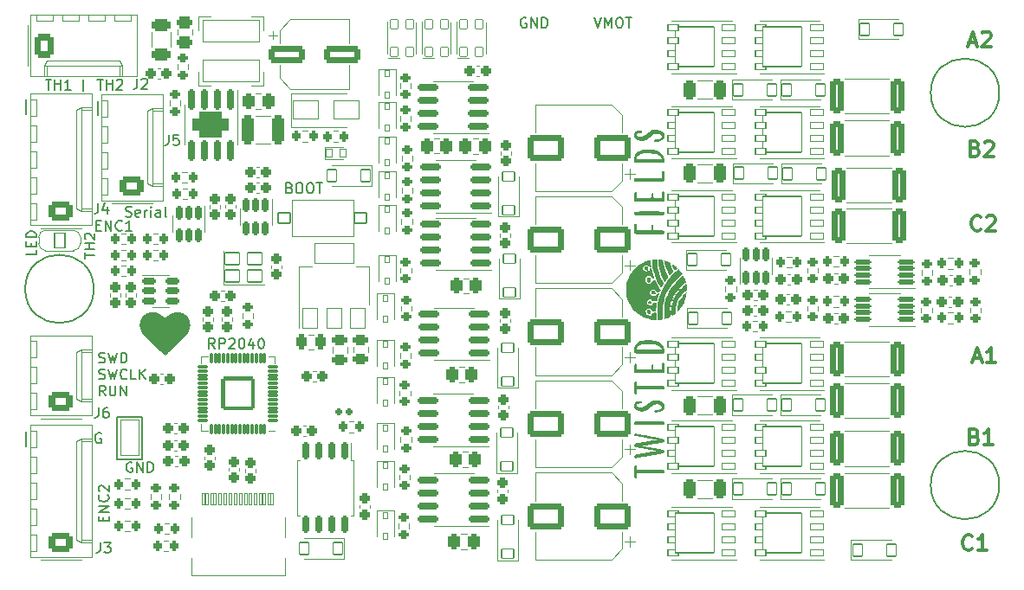
<source format=gto>
G04 #@! TF.GenerationSoftware,KiCad,Pcbnew,6.0.0-rc2*
G04 #@! TF.CreationDate,2022-07-03T09:35:42-07:00*
G04 #@! TF.ProjectId,RP2040_motor-rounded,52503230-3430-45f6-9d6f-746f722d726f,REV1*
G04 #@! TF.SameCoordinates,Original*
G04 #@! TF.FileFunction,Legend,Top*
G04 #@! TF.FilePolarity,Positive*
%FSLAX46Y46*%
G04 Gerber Fmt 4.6, Leading zero omitted, Abs format (unit mm)*
G04 Created by KiCad (PCBNEW 6.0.0-rc2) date 2022-07-03 09:35:42*
%MOMM*%
%LPD*%
G01*
G04 APERTURE LIST*
G04 Aperture macros list*
%AMRoundRect*
0 Rectangle with rounded corners*
0 $1 Rounding radius*
0 $2 $3 $4 $5 $6 $7 $8 $9 X,Y pos of 4 corners*
0 Add a 4 corners polygon primitive as box body*
4,1,4,$2,$3,$4,$5,$6,$7,$8,$9,$2,$3,0*
0 Add four circle primitives for the rounded corners*
1,1,$1+$1,$2,$3*
1,1,$1+$1,$4,$5*
1,1,$1+$1,$6,$7*
1,1,$1+$1,$8,$9*
0 Add four rect primitives between the rounded corners*
20,1,$1+$1,$2,$3,$4,$5,0*
20,1,$1+$1,$4,$5,$6,$7,0*
20,1,$1+$1,$6,$7,$8,$9,0*
20,1,$1+$1,$8,$9,$2,$3,0*%
%AMFreePoly0*
4,1,37,0.586062,0.786062,0.601000,0.750000,0.601000,-0.750000,0.586062,-0.786062,0.550000,-0.801000,0.000000,-0.801000,-0.012525,-0.795812,-0.080875,-0.794559,-0.095149,-0.792248,-0.230464,-0.749973,-0.243516,-0.743747,-0.361526,-0.665192,-0.372306,-0.655554,-0.463526,-0.547035,-0.471167,-0.534759,-0.528262,-0.405000,-0.532150,-0.391073,-0.549733,-0.256613,-0.548336,-0.256430,-0.551000,-0.250000,
-0.551000,0.250000,-0.550512,0.251179,-0.550356,0.263956,-0.528545,0.404033,-0.524317,0.417860,-0.464069,0.546185,-0.456130,0.558271,-0.362286,0.664529,-0.351274,0.673901,-0.231379,0.749549,-0.218180,0.755454,-0.081873,0.794411,-0.067546,0.796373,-0.011990,0.796033,0.000000,0.801000,0.550000,0.801000,0.586062,0.786062,0.586062,0.786062,$1*%
%AMFreePoly1*
4,1,37,0.012349,0.795885,0.074216,0.795507,0.088518,0.793370,0.224339,0.752751,0.237465,0.746685,0.356427,0.669578,0.367324,0.660073,0.459862,0.552676,0.467652,0.540494,0.526329,0.411442,0.530388,0.397563,0.550485,0.257230,0.551000,0.250000,0.551000,-0.250000,0.550996,-0.250622,0.550847,-0.262838,0.550144,-0.270677,0.526624,-0.410478,0.522228,-0.424254,0.460416,-0.551833,
0.452330,-0.563821,0.357195,-0.668925,0.346069,-0.678161,0.225259,-0.752338,0.211989,-0.758081,0.075216,-0.795370,0.060866,-0.797157,0.011464,-0.796251,0.000000,-0.801000,-0.550000,-0.801000,-0.586062,-0.786062,-0.601000,-0.750000,-0.601000,0.750000,-0.586062,0.786062,-0.550000,0.801000,0.000000,0.801000,0.012349,0.795885,0.012349,0.795885,$1*%
G04 Aperture macros list end*
%ADD10C,0.200000*%
%ADD11C,0.300000*%
%ADD12C,0.150000*%
%ADD13C,0.120000*%
%ADD14RoundRect,0.294750X0.243750X0.456250X-0.243750X0.456250X-0.243750X-0.456250X0.243750X-0.456250X0*%
%ADD15RoundRect,0.276000X0.225000X0.250000X-0.225000X0.250000X-0.225000X-0.250000X0.225000X-0.250000X0*%
%ADD16RoundRect,0.276000X-0.250000X0.225000X-0.250000X-0.225000X0.250000X-0.225000X0.250000X0.225000X0*%
%ADD17RoundRect,0.276000X-0.225000X-0.250000X0.225000X-0.250000X0.225000X0.250000X-0.225000X0.250000X0*%
%ADD18RoundRect,0.276000X0.250000X-0.225000X0.250000X0.225000X-0.250000X0.225000X-0.250000X-0.225000X0*%
%ADD19RoundRect,0.198500X0.147500X0.172500X-0.147500X0.172500X-0.147500X-0.172500X0.147500X-0.172500X0*%
%ADD20RoundRect,0.051000X0.750000X-1.000000X0.750000X1.000000X-0.750000X1.000000X-0.750000X-1.000000X0*%
%ADD21RoundRect,0.051000X1.900000X-1.000000X1.900000X1.000000X-1.900000X1.000000X-1.900000X-1.000000X0*%
%ADD22RoundRect,0.201000X-0.150000X0.650000X-0.150000X-0.650000X0.150000X-0.650000X0.150000X0.650000X0*%
%ADD23RoundRect,0.251000X-0.200000X-0.275000X0.200000X-0.275000X0.200000X0.275000X-0.200000X0.275000X0*%
%ADD24RoundRect,0.251000X0.275000X-0.200000X0.275000X0.200000X-0.275000X0.200000X-0.275000X-0.200000X0*%
%ADD25RoundRect,0.294750X-0.456250X0.243750X-0.456250X-0.243750X0.456250X-0.243750X0.456250X0.243750X0*%
%ADD26RoundRect,0.101000X0.387500X0.050000X-0.387500X0.050000X-0.387500X-0.050000X0.387500X-0.050000X0*%
%ADD27RoundRect,0.101000X0.050000X0.387500X-0.050000X0.387500X-0.050000X-0.387500X0.050000X-0.387500X0*%
%ADD28RoundRect,0.195000X1.456000X1.456000X-1.456000X1.456000X-1.456000X-1.456000X1.456000X-1.456000X0*%
%ADD29RoundRect,0.301000X-0.250000X-0.475000X0.250000X-0.475000X0.250000X0.475000X-0.250000X0.475000X0*%
%ADD30C,4.002000*%
%ADD31RoundRect,0.301000X0.845000X-0.620000X0.845000X0.620000X-0.845000X0.620000X-0.845000X-0.620000X0*%
%ADD32O,2.292000X1.842000*%
%ADD33RoundRect,0.201000X-0.150000X0.825000X-0.150000X-0.825000X0.150000X-0.825000X0.150000X0.825000X0*%
%ADD34RoundRect,0.676000X-1.075000X0.625000X-1.075000X-0.625000X1.075000X-0.625000X1.075000X0.625000X0*%
%ADD35RoundRect,0.051000X0.600000X-0.450000X0.600000X0.450000X-0.600000X0.450000X-0.600000X-0.450000X0*%
%ADD36RoundRect,0.301000X1.500000X1.000000X-1.500000X1.000000X-1.500000X-1.000000X1.500000X-1.000000X0*%
%ADD37RoundRect,0.251000X-0.275000X0.200000X-0.275000X-0.200000X0.275000X-0.200000X0.275000X0.200000X0*%
%ADD38RoundRect,0.301000X-1.500000X-0.550000X1.500000X-0.550000X1.500000X0.550000X-1.500000X0.550000X0*%
%ADD39RoundRect,0.051000X0.300000X0.350000X-0.300000X0.350000X-0.300000X-0.350000X0.300000X-0.350000X0*%
%ADD40RoundRect,0.051000X-0.600000X-0.500000X0.600000X-0.500000X0.600000X0.500000X-0.600000X0.500000X0*%
%ADD41RoundRect,0.301000X0.362500X1.425000X-0.362500X1.425000X-0.362500X-1.425000X0.362500X-1.425000X0*%
%ADD42RoundRect,0.251000X0.200000X0.275000X-0.200000X0.275000X-0.200000X-0.275000X0.200000X-0.275000X0*%
%ADD43RoundRect,0.301000X-0.325000X-0.650000X0.325000X-0.650000X0.325000X0.650000X-0.325000X0.650000X0*%
%ADD44RoundRect,0.051000X0.635000X0.305000X-0.635000X0.305000X-0.635000X-0.305000X0.635000X-0.305000X0*%
%ADD45RoundRect,0.051000X0.510000X0.305000X-0.510000X0.305000X-0.510000X-0.305000X0.510000X-0.305000X0*%
%ADD46RoundRect,0.051000X1.905000X1.955000X-1.905000X1.955000X-1.905000X-1.955000X1.905000X-1.955000X0*%
%ADD47RoundRect,0.051000X-0.450000X-0.600000X0.450000X-0.600000X0.450000X0.600000X-0.450000X0.600000X0*%
%ADD48RoundRect,0.051000X-1.250000X-0.900000X1.250000X-0.900000X1.250000X0.900000X-1.250000X0.900000X0*%
%ADD49C,4.102000*%
%ADD50RoundRect,0.201000X0.825000X0.150000X-0.825000X0.150000X-0.825000X-0.150000X0.825000X-0.150000X0*%
%ADD51RoundRect,0.201000X-0.150000X0.512500X-0.150000X-0.512500X0.150000X-0.512500X0.150000X0.512500X0*%
%ADD52C,6.102000*%
%ADD53RoundRect,0.301000X-0.475000X0.250000X-0.475000X-0.250000X0.475000X-0.250000X0.475000X0.250000X0*%
%ADD54RoundRect,0.301000X0.325000X1.100000X-0.325000X1.100000X-0.325000X-1.100000X0.325000X-1.100000X0*%
%ADD55RoundRect,0.051000X-0.225000X0.300000X-0.225000X-0.300000X0.225000X-0.300000X0.225000X0.300000X0*%
%ADD56RoundRect,0.051000X2.750000X-1.075000X2.750000X1.075000X-2.750000X1.075000X-2.750000X-1.075000X0*%
%ADD57RoundRect,0.301000X-0.620000X-0.845000X0.620000X-0.845000X0.620000X0.845000X-0.620000X0.845000X0*%
%ADD58O,1.842000X2.292000*%
%ADD59RoundRect,0.051000X0.450000X0.600000X-0.450000X0.600000X-0.450000X-0.600000X0.450000X-0.600000X0*%
%ADD60RoundRect,0.051000X0.375000X-0.450000X0.375000X0.450000X-0.375000X0.450000X-0.375000X-0.450000X0*%
%ADD61RoundRect,0.301000X0.250000X0.475000X-0.250000X0.475000X-0.250000X-0.475000X0.250000X-0.475000X0*%
%ADD62RoundRect,0.151000X0.712500X0.100000X-0.712500X0.100000X-0.712500X-0.100000X0.712500X-0.100000X0*%
%ADD63RoundRect,0.201000X0.150000X-0.512500X0.150000X0.512500X-0.150000X0.512500X-0.150000X-0.512500X0*%
%ADD64RoundRect,0.051000X-0.700000X-0.600000X0.700000X-0.600000X0.700000X0.600000X-0.700000X0.600000X0*%
%ADD65FreePoly0,0.000000*%
%ADD66RoundRect,0.051000X-0.500000X-0.750000X0.500000X-0.750000X0.500000X0.750000X-0.500000X0.750000X0*%
%ADD67FreePoly1,0.000000*%
%ADD68RoundRect,0.201000X-0.512500X-0.150000X0.512500X-0.150000X0.512500X0.150000X-0.512500X0.150000X0*%
%ADD69RoundRect,0.051000X0.890000X-1.715000X0.890000X1.715000X-0.890000X1.715000X-0.890000X-1.715000X0*%
%ADD70RoundRect,0.301000X0.625000X-0.312500X0.625000X0.312500X-0.625000X0.312500X-0.625000X-0.312500X0*%
%ADD71C,0.752000*%
%ADD72RoundRect,0.051000X-0.150000X-0.575000X0.150000X-0.575000X0.150000X0.575000X-0.150000X0.575000X0*%
%ADD73O,1.102000X2.202000*%
%ADD74O,1.102000X1.702000*%
G04 APERTURE END LIST*
D10*
X89139523Y-100852380D02*
X88806190Y-100376190D01*
X88568095Y-100852380D02*
X88568095Y-99852380D01*
X88949047Y-99852380D01*
X89044285Y-99900000D01*
X89091904Y-99947619D01*
X89139523Y-100042857D01*
X89139523Y-100185714D01*
X89091904Y-100280952D01*
X89044285Y-100328571D01*
X88949047Y-100376190D01*
X88568095Y-100376190D01*
X89568095Y-100852380D02*
X89568095Y-99852380D01*
X89949047Y-99852380D01*
X90044285Y-99900000D01*
X90091904Y-99947619D01*
X90139523Y-100042857D01*
X90139523Y-100185714D01*
X90091904Y-100280952D01*
X90044285Y-100328571D01*
X89949047Y-100376190D01*
X89568095Y-100376190D01*
X90520476Y-99947619D02*
X90568095Y-99900000D01*
X90663333Y-99852380D01*
X90901428Y-99852380D01*
X90996666Y-99900000D01*
X91044285Y-99947619D01*
X91091904Y-100042857D01*
X91091904Y-100138095D01*
X91044285Y-100280952D01*
X90472857Y-100852380D01*
X91091904Y-100852380D01*
X91710952Y-99852380D02*
X91806190Y-99852380D01*
X91901428Y-99900000D01*
X91949047Y-99947619D01*
X91996666Y-100042857D01*
X92044285Y-100233333D01*
X92044285Y-100471428D01*
X91996666Y-100661904D01*
X91949047Y-100757142D01*
X91901428Y-100804761D01*
X91806190Y-100852380D01*
X91710952Y-100852380D01*
X91615714Y-100804761D01*
X91568095Y-100757142D01*
X91520476Y-100661904D01*
X91472857Y-100471428D01*
X91472857Y-100233333D01*
X91520476Y-100042857D01*
X91568095Y-99947619D01*
X91615714Y-99900000D01*
X91710952Y-99852380D01*
X92901428Y-100185714D02*
X92901428Y-100852380D01*
X92663333Y-99804761D02*
X92425238Y-100519047D01*
X93044285Y-100519047D01*
X93615714Y-99852380D02*
X93710952Y-99852380D01*
X93806190Y-99900000D01*
X93853809Y-99947619D01*
X93901428Y-100042857D01*
X93949047Y-100233333D01*
X93949047Y-100471428D01*
X93901428Y-100661904D01*
X93853809Y-100757142D01*
X93806190Y-100804761D01*
X93710952Y-100852380D01*
X93615714Y-100852380D01*
X93520476Y-100804761D01*
X93472857Y-100757142D01*
X93425238Y-100661904D01*
X93377619Y-100471428D01*
X93377619Y-100233333D01*
X93425238Y-100042857D01*
X93472857Y-99947619D01*
X93520476Y-99900000D01*
X93615714Y-99852380D01*
X126240476Y-68452380D02*
X126573809Y-69452380D01*
X126907142Y-68452380D01*
X127240476Y-69452380D02*
X127240476Y-68452380D01*
X127573809Y-69166666D01*
X127907142Y-68452380D01*
X127907142Y-69452380D01*
X128573809Y-68452380D02*
X128764285Y-68452380D01*
X128859523Y-68500000D01*
X128954761Y-68595238D01*
X129002380Y-68785714D01*
X129002380Y-69119047D01*
X128954761Y-69309523D01*
X128859523Y-69404761D01*
X128764285Y-69452380D01*
X128573809Y-69452380D01*
X128478571Y-69404761D01*
X128383333Y-69309523D01*
X128335714Y-69119047D01*
X128335714Y-68785714D01*
X128383333Y-68595238D01*
X128478571Y-68500000D01*
X128573809Y-68452380D01*
X129288095Y-68452380D02*
X129859523Y-68452380D01*
X129573809Y-69452380D02*
X129573809Y-68452380D01*
X119571155Y-68500000D02*
X119475917Y-68452380D01*
X119333060Y-68452380D01*
X119190202Y-68500000D01*
X119094964Y-68595238D01*
X119047345Y-68690476D01*
X118999726Y-68880952D01*
X118999726Y-69023809D01*
X119047345Y-69214285D01*
X119094964Y-69309523D01*
X119190202Y-69404761D01*
X119333060Y-69452380D01*
X119428298Y-69452380D01*
X119571155Y-69404761D01*
X119618774Y-69357142D01*
X119618774Y-69023809D01*
X119428298Y-69023809D01*
X120047345Y-69452380D02*
X120047345Y-68452380D01*
X120618774Y-69452380D01*
X120618774Y-68452380D01*
X121094964Y-69452380D02*
X121094964Y-68452380D01*
X121333060Y-68452380D01*
X121475917Y-68500000D01*
X121571155Y-68595238D01*
X121618774Y-68690476D01*
X121666393Y-68880952D01*
X121666393Y-69023809D01*
X121618774Y-69214285D01*
X121571155Y-69309523D01*
X121475917Y-69404761D01*
X121333060Y-69452380D01*
X121094964Y-69452380D01*
X77700000Y-78025714D02*
X77700000Y-76597142D01*
X80423809Y-87904761D02*
X80566666Y-87952380D01*
X80804761Y-87952380D01*
X80900000Y-87904761D01*
X80947619Y-87857142D01*
X80995238Y-87761904D01*
X80995238Y-87666666D01*
X80947619Y-87571428D01*
X80900000Y-87523809D01*
X80804761Y-87476190D01*
X80614285Y-87428571D01*
X80519047Y-87380952D01*
X80471428Y-87333333D01*
X80423809Y-87238095D01*
X80423809Y-87142857D01*
X80471428Y-87047619D01*
X80519047Y-87000000D01*
X80614285Y-86952380D01*
X80852380Y-86952380D01*
X80995238Y-87000000D01*
X81804761Y-87904761D02*
X81709523Y-87952380D01*
X81519047Y-87952380D01*
X81423809Y-87904761D01*
X81376190Y-87809523D01*
X81376190Y-87428571D01*
X81423809Y-87333333D01*
X81519047Y-87285714D01*
X81709523Y-87285714D01*
X81804761Y-87333333D01*
X81852380Y-87428571D01*
X81852380Y-87523809D01*
X81376190Y-87619047D01*
X82280952Y-87952380D02*
X82280952Y-87285714D01*
X82280952Y-87476190D02*
X82328571Y-87380952D01*
X82376190Y-87333333D01*
X82471428Y-87285714D01*
X82566666Y-87285714D01*
X82900000Y-87952380D02*
X82900000Y-87285714D01*
X82900000Y-86952380D02*
X82852380Y-87000000D01*
X82900000Y-87047619D01*
X82947619Y-87000000D01*
X82900000Y-86952380D01*
X82900000Y-87047619D01*
X83804761Y-87952380D02*
X83804761Y-87428571D01*
X83757142Y-87333333D01*
X83661904Y-87285714D01*
X83471428Y-87285714D01*
X83376190Y-87333333D01*
X83804761Y-87904761D02*
X83709523Y-87952380D01*
X83471428Y-87952380D01*
X83376190Y-87904761D01*
X83328571Y-87809523D01*
X83328571Y-87714285D01*
X83376190Y-87619047D01*
X83471428Y-87571428D01*
X83709523Y-87571428D01*
X83804761Y-87523809D01*
X84423809Y-87952380D02*
X84328571Y-87904761D01*
X84280952Y-87809523D01*
X84280952Y-86952380D01*
D11*
X162828571Y-70900000D02*
X163542857Y-70900000D01*
X162685714Y-71328571D02*
X163185714Y-69828571D01*
X163685714Y-71328571D01*
X164114285Y-69971428D02*
X164185714Y-69900000D01*
X164328571Y-69828571D01*
X164685714Y-69828571D01*
X164828571Y-69900000D01*
X164900000Y-69971428D01*
X164971428Y-70114285D01*
X164971428Y-70257142D01*
X164900000Y-70471428D01*
X164042857Y-71328571D01*
X164971428Y-71328571D01*
D10*
X77820476Y-102194761D02*
X77963333Y-102242380D01*
X78201428Y-102242380D01*
X78296666Y-102194761D01*
X78344285Y-102147142D01*
X78391904Y-102051904D01*
X78391904Y-101956666D01*
X78344285Y-101861428D01*
X78296666Y-101813809D01*
X78201428Y-101766190D01*
X78010952Y-101718571D01*
X77915714Y-101670952D01*
X77868095Y-101623333D01*
X77820476Y-101528095D01*
X77820476Y-101432857D01*
X77868095Y-101337619D01*
X77915714Y-101290000D01*
X78010952Y-101242380D01*
X78249047Y-101242380D01*
X78391904Y-101290000D01*
X78725238Y-101242380D02*
X78963333Y-102242380D01*
X79153809Y-101528095D01*
X79344285Y-102242380D01*
X79582380Y-101242380D01*
X79963333Y-102242380D02*
X79963333Y-101242380D01*
X80201428Y-101242380D01*
X80344285Y-101290000D01*
X80439523Y-101385238D01*
X80487142Y-101480476D01*
X80534761Y-101670952D01*
X80534761Y-101813809D01*
X80487142Y-102004285D01*
X80439523Y-102099523D01*
X80344285Y-102194761D01*
X80201428Y-102242380D01*
X79963333Y-102242380D01*
X77820476Y-103804761D02*
X77963333Y-103852380D01*
X78201428Y-103852380D01*
X78296666Y-103804761D01*
X78344285Y-103757142D01*
X78391904Y-103661904D01*
X78391904Y-103566666D01*
X78344285Y-103471428D01*
X78296666Y-103423809D01*
X78201428Y-103376190D01*
X78010952Y-103328571D01*
X77915714Y-103280952D01*
X77868095Y-103233333D01*
X77820476Y-103138095D01*
X77820476Y-103042857D01*
X77868095Y-102947619D01*
X77915714Y-102900000D01*
X78010952Y-102852380D01*
X78249047Y-102852380D01*
X78391904Y-102900000D01*
X78725238Y-102852380D02*
X78963333Y-103852380D01*
X79153809Y-103138095D01*
X79344285Y-103852380D01*
X79582380Y-102852380D01*
X80534761Y-103757142D02*
X80487142Y-103804761D01*
X80344285Y-103852380D01*
X80249047Y-103852380D01*
X80106190Y-103804761D01*
X80010952Y-103709523D01*
X79963333Y-103614285D01*
X79915714Y-103423809D01*
X79915714Y-103280952D01*
X79963333Y-103090476D01*
X80010952Y-102995238D01*
X80106190Y-102900000D01*
X80249047Y-102852380D01*
X80344285Y-102852380D01*
X80487142Y-102900000D01*
X80534761Y-102947619D01*
X81439523Y-103852380D02*
X80963333Y-103852380D01*
X80963333Y-102852380D01*
X81772857Y-103852380D02*
X81772857Y-102852380D01*
X82344285Y-103852380D02*
X81915714Y-103280952D01*
X82344285Y-102852380D02*
X81772857Y-103423809D01*
X78439523Y-105462380D02*
X78106190Y-104986190D01*
X77868095Y-105462380D02*
X77868095Y-104462380D01*
X78249047Y-104462380D01*
X78344285Y-104510000D01*
X78391904Y-104557619D01*
X78439523Y-104652857D01*
X78439523Y-104795714D01*
X78391904Y-104890952D01*
X78344285Y-104938571D01*
X78249047Y-104986190D01*
X77868095Y-104986190D01*
X78868095Y-104462380D02*
X78868095Y-105271904D01*
X78915714Y-105367142D01*
X78963333Y-105414761D01*
X79058571Y-105462380D01*
X79249047Y-105462380D01*
X79344285Y-105414761D01*
X79391904Y-105367142D01*
X79439523Y-105271904D01*
X79439523Y-104462380D01*
X79915714Y-105462380D02*
X79915714Y-104462380D01*
X80487142Y-105462380D01*
X80487142Y-104462380D01*
X78243913Y-117716977D02*
X78243913Y-117383644D01*
X78767722Y-117240787D02*
X78767722Y-117716977D01*
X77767722Y-117716977D01*
X77767722Y-117240787D01*
X78767722Y-116812215D02*
X77767722Y-116812215D01*
X78767722Y-116240787D01*
X77767722Y-116240787D01*
X78672484Y-115193168D02*
X78720103Y-115240787D01*
X78767722Y-115383644D01*
X78767722Y-115478882D01*
X78720103Y-115621739D01*
X78624865Y-115716977D01*
X78529627Y-115764596D01*
X78339151Y-115812215D01*
X78196294Y-115812215D01*
X78005818Y-115764596D01*
X77910580Y-115716977D01*
X77815342Y-115621739D01*
X77767722Y-115478882D01*
X77767722Y-115383644D01*
X77815342Y-115240787D01*
X77862961Y-115193168D01*
X77862961Y-114812215D02*
X77815342Y-114764596D01*
X77767722Y-114669358D01*
X77767722Y-114431263D01*
X77815342Y-114336025D01*
X77862961Y-114288406D01*
X77958199Y-114240787D01*
X78053437Y-114240787D01*
X78196294Y-114288406D01*
X78767722Y-114859834D01*
X78767722Y-114240787D01*
D11*
X163150000Y-120435714D02*
X163078571Y-120507142D01*
X162864285Y-120578571D01*
X162721428Y-120578571D01*
X162507142Y-120507142D01*
X162364285Y-120364285D01*
X162292857Y-120221428D01*
X162221428Y-119935714D01*
X162221428Y-119721428D01*
X162292857Y-119435714D01*
X162364285Y-119292857D01*
X162507142Y-119150000D01*
X162721428Y-119078571D01*
X162864285Y-119078571D01*
X163078571Y-119150000D01*
X163150000Y-119221428D01*
X164578571Y-120578571D02*
X163721428Y-120578571D01*
X164150000Y-120578571D02*
X164150000Y-119078571D01*
X164007142Y-119292857D01*
X163864285Y-119435714D01*
X163721428Y-119507142D01*
D10*
X70700000Y-77885714D02*
X70700000Y-76457142D01*
D11*
X163278571Y-101800000D02*
X163992857Y-101800000D01*
X163135714Y-102228571D02*
X163635714Y-100728571D01*
X164135714Y-102228571D01*
X165421428Y-102228571D02*
X164564285Y-102228571D01*
X164992857Y-102228571D02*
X164992857Y-100728571D01*
X164850000Y-100942857D01*
X164707142Y-101085714D01*
X164564285Y-101157142D01*
D12*
X81038095Y-112000000D02*
X80942857Y-111952380D01*
X80800000Y-111952380D01*
X80657142Y-112000000D01*
X80561904Y-112095238D01*
X80514285Y-112190476D01*
X80466666Y-112380952D01*
X80466666Y-112523809D01*
X80514285Y-112714285D01*
X80561904Y-112809523D01*
X80657142Y-112904761D01*
X80800000Y-112952380D01*
X80895238Y-112952380D01*
X81038095Y-112904761D01*
X81085714Y-112857142D01*
X81085714Y-112523809D01*
X80895238Y-112523809D01*
X81514285Y-112952380D02*
X81514285Y-111952380D01*
X82085714Y-112952380D01*
X82085714Y-111952380D01*
X82561904Y-112952380D02*
X82561904Y-111952380D01*
X82800000Y-111952380D01*
X82942857Y-112000000D01*
X83038095Y-112095238D01*
X83085714Y-112190476D01*
X83133333Y-112380952D01*
X83133333Y-112523809D01*
X83085714Y-112714285D01*
X83038095Y-112809523D01*
X82942857Y-112904761D01*
X82800000Y-112952380D01*
X82561904Y-112952380D01*
D10*
X77535714Y-88778571D02*
X77869047Y-88778571D01*
X78011904Y-89302380D02*
X77535714Y-89302380D01*
X77535714Y-88302380D01*
X78011904Y-88302380D01*
X78440476Y-89302380D02*
X78440476Y-88302380D01*
X79011904Y-89302380D01*
X79011904Y-88302380D01*
X80059523Y-89207142D02*
X80011904Y-89254761D01*
X79869047Y-89302380D01*
X79773809Y-89302380D01*
X79630952Y-89254761D01*
X79535714Y-89159523D01*
X79488095Y-89064285D01*
X79440476Y-88873809D01*
X79440476Y-88730952D01*
X79488095Y-88540476D01*
X79535714Y-88445238D01*
X79630952Y-88350000D01*
X79773809Y-88302380D01*
X79869047Y-88302380D01*
X80011904Y-88350000D01*
X80059523Y-88397619D01*
X81011904Y-89302380D02*
X80440476Y-89302380D01*
X80726190Y-89302380D02*
X80726190Y-88302380D01*
X80630952Y-88445238D01*
X80535714Y-88540476D01*
X80440476Y-88588095D01*
X78011904Y-109150000D02*
X77916666Y-109102380D01*
X77773809Y-109102380D01*
X77630952Y-109150000D01*
X77535714Y-109245238D01*
X77488095Y-109340476D01*
X77440476Y-109530952D01*
X77440476Y-109673809D01*
X77488095Y-109864285D01*
X77535714Y-109959523D01*
X77630952Y-110054761D01*
X77773809Y-110102380D01*
X77869047Y-110102380D01*
X78011904Y-110054761D01*
X78059523Y-110007142D01*
X78059523Y-109673809D01*
X77869047Y-109673809D01*
D11*
X164000000Y-89185714D02*
X163928571Y-89257142D01*
X163714285Y-89328571D01*
X163571428Y-89328571D01*
X163357142Y-89257142D01*
X163214285Y-89114285D01*
X163142857Y-88971428D01*
X163071428Y-88685714D01*
X163071428Y-88471428D01*
X163142857Y-88185714D01*
X163214285Y-88042857D01*
X163357142Y-87900000D01*
X163571428Y-87828571D01*
X163714285Y-87828571D01*
X163928571Y-87900000D01*
X164000000Y-87971428D01*
X164571428Y-87971428D02*
X164642857Y-87900000D01*
X164785714Y-87828571D01*
X165142857Y-87828571D01*
X165285714Y-87900000D01*
X165357142Y-87971428D01*
X165428571Y-88114285D01*
X165428571Y-88257142D01*
X165357142Y-88471428D01*
X164500000Y-89328571D01*
X165428571Y-89328571D01*
X163442857Y-81242857D02*
X163657142Y-81314285D01*
X163728571Y-81385714D01*
X163800000Y-81528571D01*
X163800000Y-81742857D01*
X163728571Y-81885714D01*
X163657142Y-81957142D01*
X163514285Y-82028571D01*
X162942857Y-82028571D01*
X162942857Y-80528571D01*
X163442857Y-80528571D01*
X163585714Y-80600000D01*
X163657142Y-80671428D01*
X163728571Y-80814285D01*
X163728571Y-80957142D01*
X163657142Y-81100000D01*
X163585714Y-81171428D01*
X163442857Y-81242857D01*
X162942857Y-81242857D01*
X164371428Y-80671428D02*
X164442857Y-80600000D01*
X164585714Y-80528571D01*
X164942857Y-80528571D01*
X165085714Y-80600000D01*
X165157142Y-80671428D01*
X165228571Y-80814285D01*
X165228571Y-80957142D01*
X165157142Y-81171428D01*
X164300000Y-82028571D01*
X165228571Y-82028571D01*
D10*
X70700000Y-110385714D02*
X70700000Y-108957142D01*
X96442857Y-85103571D02*
X96585714Y-85151190D01*
X96633333Y-85198809D01*
X96680952Y-85294047D01*
X96680952Y-85436904D01*
X96633333Y-85532142D01*
X96585714Y-85579761D01*
X96490476Y-85627380D01*
X96109523Y-85627380D01*
X96109523Y-84627380D01*
X96442857Y-84627380D01*
X96538095Y-84675000D01*
X96585714Y-84722619D01*
X96633333Y-84817857D01*
X96633333Y-84913095D01*
X96585714Y-85008333D01*
X96538095Y-85055952D01*
X96442857Y-85103571D01*
X96109523Y-85103571D01*
X97300000Y-84627380D02*
X97490476Y-84627380D01*
X97585714Y-84675000D01*
X97680952Y-84770238D01*
X97728571Y-84960714D01*
X97728571Y-85294047D01*
X97680952Y-85484523D01*
X97585714Y-85579761D01*
X97490476Y-85627380D01*
X97300000Y-85627380D01*
X97204761Y-85579761D01*
X97109523Y-85484523D01*
X97061904Y-85294047D01*
X97061904Y-84960714D01*
X97109523Y-84770238D01*
X97204761Y-84675000D01*
X97300000Y-84627380D01*
X98347619Y-84627380D02*
X98538095Y-84627380D01*
X98633333Y-84675000D01*
X98728571Y-84770238D01*
X98776190Y-84960714D01*
X98776190Y-85294047D01*
X98728571Y-85484523D01*
X98633333Y-85579761D01*
X98538095Y-85627380D01*
X98347619Y-85627380D01*
X98252380Y-85579761D01*
X98157142Y-85484523D01*
X98109523Y-85294047D01*
X98109523Y-84960714D01*
X98157142Y-84770238D01*
X98252380Y-84675000D01*
X98347619Y-84627380D01*
X99061904Y-84627380D02*
X99633333Y-84627380D01*
X99347619Y-85627380D02*
X99347619Y-84627380D01*
D11*
X163392857Y-109442857D02*
X163607142Y-109514285D01*
X163678571Y-109585714D01*
X163750000Y-109728571D01*
X163750000Y-109942857D01*
X163678571Y-110085714D01*
X163607142Y-110157142D01*
X163464285Y-110228571D01*
X162892857Y-110228571D01*
X162892857Y-108728571D01*
X163392857Y-108728571D01*
X163535714Y-108800000D01*
X163607142Y-108871428D01*
X163678571Y-109014285D01*
X163678571Y-109157142D01*
X163607142Y-109300000D01*
X163535714Y-109371428D01*
X163392857Y-109442857D01*
X162892857Y-109442857D01*
X165178571Y-110228571D02*
X164321428Y-110228571D01*
X164750000Y-110228571D02*
X164750000Y-108728571D01*
X164607142Y-108942857D01*
X164464285Y-109085714D01*
X164321428Y-109157142D01*
D10*
X76300000Y-75628571D02*
X76300000Y-74485714D01*
X72590476Y-74502380D02*
X73161904Y-74502380D01*
X72876190Y-75502380D02*
X72876190Y-74502380D01*
X73495238Y-75502380D02*
X73495238Y-74502380D01*
X73495238Y-74978571D02*
X74066666Y-74978571D01*
X74066666Y-75502380D02*
X74066666Y-74502380D01*
X75066666Y-75502380D02*
X74495238Y-75502380D01*
X74780952Y-75502380D02*
X74780952Y-74502380D01*
X74685714Y-74645238D01*
X74590476Y-74740476D01*
X74495238Y-74788095D01*
X77638095Y-74502380D02*
X78209523Y-74502380D01*
X77923809Y-75502380D02*
X77923809Y-74502380D01*
X78542857Y-75502380D02*
X78542857Y-74502380D01*
X78542857Y-74978571D02*
X79114285Y-74978571D01*
X79114285Y-75502380D02*
X79114285Y-74502380D01*
X79542857Y-74597619D02*
X79590476Y-74550000D01*
X79685714Y-74502380D01*
X79923809Y-74502380D01*
X80019047Y-74550000D01*
X80066666Y-74597619D01*
X80114285Y-74692857D01*
X80114285Y-74788095D01*
X80066666Y-74930952D01*
X79495238Y-75502380D01*
X80114285Y-75502380D01*
D12*
X84636666Y-79932380D02*
X84636666Y-80646666D01*
X84589047Y-80789523D01*
X84493809Y-80884761D01*
X84350952Y-80932380D01*
X84255714Y-80932380D01*
X85589047Y-79932380D02*
X85112857Y-79932380D01*
X85065238Y-80408571D01*
X85112857Y-80360952D01*
X85208095Y-80313333D01*
X85446190Y-80313333D01*
X85541428Y-80360952D01*
X85589047Y-80408571D01*
X85636666Y-80503809D01*
X85636666Y-80741904D01*
X85589047Y-80837142D01*
X85541428Y-80884761D01*
X85446190Y-80932380D01*
X85208095Y-80932380D01*
X85112857Y-80884761D01*
X85065238Y-80837142D01*
X81546666Y-74422380D02*
X81546666Y-75136666D01*
X81499047Y-75279523D01*
X81403809Y-75374761D01*
X81260952Y-75422380D01*
X81165714Y-75422380D01*
X81975238Y-74517619D02*
X82022857Y-74470000D01*
X82118095Y-74422380D01*
X82356190Y-74422380D01*
X82451428Y-74470000D01*
X82499047Y-74517619D01*
X82546666Y-74612857D01*
X82546666Y-74708095D01*
X82499047Y-74850952D01*
X81927619Y-75422380D01*
X82546666Y-75422380D01*
X77736666Y-86622380D02*
X77736666Y-87336666D01*
X77689047Y-87479523D01*
X77593809Y-87574761D01*
X77450952Y-87622380D01*
X77355714Y-87622380D01*
X78641428Y-86955714D02*
X78641428Y-87622380D01*
X78403333Y-86574761D02*
X78165238Y-87289047D01*
X78784285Y-87289047D01*
X77776666Y-106622380D02*
X77776666Y-107336666D01*
X77729047Y-107479523D01*
X77633809Y-107574761D01*
X77490952Y-107622380D01*
X77395714Y-107622380D01*
X78681428Y-106622380D02*
X78490952Y-106622380D01*
X78395714Y-106670000D01*
X78348095Y-106717619D01*
X78252857Y-106860476D01*
X78205238Y-107050952D01*
X78205238Y-107431904D01*
X78252857Y-107527142D01*
X78300476Y-107574761D01*
X78395714Y-107622380D01*
X78586190Y-107622380D01*
X78681428Y-107574761D01*
X78729047Y-107527142D01*
X78776666Y-107431904D01*
X78776666Y-107193809D01*
X78729047Y-107098571D01*
X78681428Y-107050952D01*
X78586190Y-107003333D01*
X78395714Y-107003333D01*
X78300476Y-107050952D01*
X78252857Y-107098571D01*
X78205238Y-107193809D01*
X76402380Y-92025714D02*
X76402380Y-91454285D01*
X77402380Y-91740000D02*
X76402380Y-91740000D01*
X77402380Y-91120952D02*
X76402380Y-91120952D01*
X76878571Y-91120952D02*
X76878571Y-90549523D01*
X77402380Y-90549523D02*
X76402380Y-90549523D01*
X76497619Y-90120952D02*
X76450000Y-90073333D01*
X76402380Y-89978095D01*
X76402380Y-89740000D01*
X76450000Y-89644761D01*
X76497619Y-89597142D01*
X76592857Y-89549523D01*
X76688095Y-89549523D01*
X76830952Y-89597142D01*
X77402380Y-90168571D01*
X77402380Y-89549523D01*
X71702380Y-91182857D02*
X71702380Y-91659047D01*
X70702380Y-91659047D01*
X71178571Y-90849523D02*
X71178571Y-90516190D01*
X71702380Y-90373333D02*
X71702380Y-90849523D01*
X70702380Y-90849523D01*
X70702380Y-90373333D01*
X71702380Y-89944761D02*
X70702380Y-89944761D01*
X70702380Y-89706666D01*
X70750000Y-89563809D01*
X70845238Y-89468571D01*
X70940476Y-89420952D01*
X71130952Y-89373333D01*
X71273809Y-89373333D01*
X71464285Y-89420952D01*
X71559523Y-89468571D01*
X71654761Y-89563809D01*
X71702380Y-89706666D01*
X71702380Y-89944761D01*
X77946666Y-119832380D02*
X77946666Y-120546666D01*
X77899047Y-120689523D01*
X77803809Y-120784761D01*
X77660952Y-120832380D01*
X77565714Y-120832380D01*
X78327619Y-119832380D02*
X78946666Y-119832380D01*
X78613333Y-120213333D01*
X78756190Y-120213333D01*
X78851428Y-120260952D01*
X78899047Y-120308571D01*
X78946666Y-120403809D01*
X78946666Y-120641904D01*
X78899047Y-120737142D01*
X78851428Y-120784761D01*
X78756190Y-120832380D01*
X78470476Y-120832380D01*
X78375238Y-120784761D01*
X78327619Y-120737142D01*
D13*
X98773578Y-100910000D02*
X98256422Y-100910000D01*
X98773578Y-99490000D02*
X98256422Y-99490000D01*
X85505580Y-111380000D02*
X85224420Y-111380000D01*
X85505580Y-112400000D02*
X85224420Y-112400000D01*
X88080000Y-111394420D02*
X88080000Y-111675580D01*
X89100000Y-111394420D02*
X89100000Y-111675580D01*
X98734420Y-103040000D02*
X99015580Y-103040000D01*
X98734420Y-104060000D02*
X99015580Y-104060000D01*
X103260000Y-116435580D02*
X103260000Y-116154420D01*
X104280000Y-116435580D02*
X104280000Y-116154420D01*
X104200000Y-92790000D02*
X102940000Y-92790000D01*
X97380000Y-98800000D02*
X97380000Y-92790000D01*
X97380000Y-92790000D02*
X98640000Y-92790000D01*
X104200000Y-96550000D02*
X104200000Y-92790000D01*
X102390000Y-111735000D02*
X102390000Y-110060000D01*
X97200000Y-114460000D02*
X97200000Y-111735000D01*
X102650000Y-114460000D02*
X102650000Y-111735000D01*
X97200000Y-111735000D02*
X97460000Y-111735000D01*
X102650000Y-114460000D02*
X102650000Y-117185000D01*
X102650000Y-111735000D02*
X102390000Y-111735000D01*
X102650000Y-117185000D02*
X102390000Y-117185000D01*
X97200000Y-117185000D02*
X97460000Y-117185000D01*
X97200000Y-114460000D02*
X97200000Y-117185000D01*
X90045580Y-96160000D02*
X89764420Y-96160000D01*
X90045580Y-95140000D02*
X89764420Y-95140000D01*
X102247742Y-109032500D02*
X102722258Y-109032500D01*
X102247742Y-107987500D02*
X102722258Y-107987500D01*
X91550000Y-112544420D02*
X91550000Y-112825580D01*
X90530000Y-112544420D02*
X90530000Y-112825580D01*
X84095580Y-103290000D02*
X83814420Y-103290000D01*
X84095580Y-104310000D02*
X83814420Y-104310000D01*
X90869000Y-98105580D02*
X90869000Y-97824420D01*
X89849000Y-98105580D02*
X89849000Y-97824420D01*
X84667500Y-115572258D02*
X84667500Y-115097742D01*
X85712500Y-115572258D02*
X85712500Y-115097742D01*
X87930000Y-98105580D02*
X87930000Y-97824420D01*
X88950000Y-98105580D02*
X88950000Y-97824420D01*
X102690000Y-100688922D02*
X102690000Y-101206078D01*
X104110000Y-100688922D02*
X104110000Y-101206078D01*
X97734420Y-108390000D02*
X98015580Y-108390000D01*
X97734420Y-109410000D02*
X98015580Y-109410000D01*
X85445580Y-110810000D02*
X85164420Y-110810000D01*
X85445580Y-109790000D02*
X85164420Y-109790000D01*
X87780000Y-101640000D02*
X87780000Y-102290000D01*
X94350000Y-101640000D02*
X95000000Y-101640000D01*
X94350000Y-108860000D02*
X95000000Y-108860000D01*
X88430000Y-101640000D02*
X87780000Y-101640000D01*
X87780000Y-108860000D02*
X87780000Y-108210000D01*
X88430000Y-108860000D02*
X87780000Y-108860000D01*
X95000000Y-101640000D02*
X95000000Y-102290000D01*
X94640000Y-92965580D02*
X94640000Y-92684420D01*
X95660000Y-92965580D02*
X95660000Y-92684420D01*
X83912500Y-115572258D02*
X83912500Y-115097742D01*
X82867500Y-115572258D02*
X82867500Y-115097742D01*
X93150000Y-112644420D02*
X93150000Y-112925580D01*
X92130000Y-112644420D02*
X92130000Y-112925580D01*
X85445580Y-109160000D02*
X85164420Y-109160000D01*
X85445580Y-108140000D02*
X85164420Y-108140000D01*
X92862500Y-97872258D02*
X92862500Y-97397742D01*
X91817500Y-97872258D02*
X91817500Y-97397742D01*
X102060000Y-100716422D02*
X102060000Y-101233578D01*
X100640000Y-100716422D02*
X100640000Y-101233578D01*
X114700320Y-73170000D02*
X114981480Y-73170000D01*
X114700320Y-74190000D02*
X114981480Y-74190000D01*
X113029648Y-104115000D02*
X113552152Y-104115000D01*
X113029648Y-102645000D02*
X113552152Y-102645000D01*
X91150000Y-86799420D02*
X91150000Y-87080580D01*
X90130000Y-86799420D02*
X90130000Y-87080580D01*
D12*
X77300000Y-95000000D02*
G75*
G03*
X77300000Y-95000000I-3350000J0D01*
G01*
D13*
X78020000Y-78140000D02*
X78620000Y-78140000D01*
X78620000Y-79080000D02*
X78020000Y-79080000D01*
X78020000Y-75960000D02*
X78020000Y-86340000D01*
X78620000Y-80680000D02*
X78620000Y-79080000D01*
X78620000Y-85760000D02*
X78620000Y-84160000D01*
X78620000Y-84160000D02*
X78020000Y-84160000D01*
X78620000Y-83220000D02*
X78620000Y-81620000D01*
X79050000Y-86630000D02*
X83050000Y-86630000D01*
X78020000Y-80680000D02*
X78620000Y-80680000D01*
X82510000Y-84710000D02*
X82510000Y-77590000D01*
X78620000Y-78140000D02*
X78620000Y-76540000D01*
X84040000Y-84960000D02*
X83040000Y-84960000D01*
X78620000Y-76540000D02*
X78020000Y-76540000D01*
X83040000Y-84960000D02*
X82510000Y-84710000D01*
X83040000Y-77340000D02*
X84040000Y-77340000D01*
X84040000Y-84710000D02*
X83040000Y-84710000D01*
X84040000Y-86340000D02*
X84040000Y-75960000D01*
X78020000Y-85760000D02*
X78620000Y-85760000D01*
X83040000Y-84960000D02*
X83040000Y-77340000D01*
X78620000Y-81620000D02*
X78020000Y-81620000D01*
X82510000Y-77590000D02*
X83040000Y-77340000D01*
X78020000Y-86340000D02*
X84040000Y-86340000D01*
X84040000Y-77590000D02*
X83040000Y-77590000D01*
X84040000Y-75960000D02*
X78020000Y-75960000D01*
X78020000Y-83220000D02*
X78620000Y-83220000D01*
X91310000Y-78950000D02*
X91310000Y-80900000D01*
X91310000Y-78950000D02*
X91310000Y-75500000D01*
X86190000Y-78950000D02*
X86190000Y-77000000D01*
X86190000Y-78950000D02*
X86190000Y-80900000D01*
X116750000Y-104650000D02*
X116750000Y-100750000D01*
X118750000Y-104650000D02*
X118750000Y-100750000D01*
X116750000Y-104650000D02*
X118750000Y-104650000D01*
X128970000Y-120445563D02*
X128970000Y-118760000D01*
X120450000Y-112990000D02*
X120450000Y-115740000D01*
X128970000Y-114054437D02*
X128970000Y-115740000D01*
X127905563Y-121510000D02*
X120450000Y-121510000D01*
X120450000Y-121510000D02*
X120450000Y-118760000D01*
X130210000Y-119760000D02*
X129210000Y-119760000D01*
X128970000Y-120445563D02*
X127905563Y-121510000D01*
X127905563Y-112990000D02*
X120450000Y-112990000D01*
X129710000Y-120260000D02*
X129710000Y-119260000D01*
X128970000Y-114054437D02*
X127905563Y-112990000D01*
X107177500Y-113187742D02*
X107177500Y-113662258D01*
X108222500Y-113187742D02*
X108222500Y-113662258D01*
X96519437Y-75430000D02*
X102275000Y-75430000D01*
X94427500Y-70172500D02*
X95215000Y-70172500D01*
X95455000Y-69674437D02*
X95455000Y-70960000D01*
X96519437Y-68610000D02*
X102275000Y-68610000D01*
X95455000Y-69674437D02*
X96519437Y-68610000D01*
X94821250Y-69778750D02*
X94821250Y-70566250D01*
X102275000Y-68610000D02*
X102275000Y-70960000D01*
X95455000Y-74365563D02*
X95455000Y-73080000D01*
X95455000Y-74365563D02*
X96519437Y-75430000D01*
X102275000Y-75430000D02*
X102275000Y-73080000D01*
X101700000Y-82300000D02*
X99850000Y-82300000D01*
X101700000Y-81100000D02*
X99850000Y-81100000D01*
X99850000Y-81100000D02*
X99850000Y-82300000D01*
X139027500Y-94762742D02*
X139027500Y-95237258D01*
X140072500Y-94762742D02*
X140072500Y-95237258D01*
X96650000Y-86250000D02*
X102650000Y-86250000D01*
X102650000Y-89850000D02*
X96650000Y-89850000D01*
X96650000Y-89850000D02*
X96650000Y-86250000D01*
X102650000Y-86250000D02*
X102650000Y-89850000D01*
X155037064Y-113030000D02*
X150682936Y-113030000D01*
X155037064Y-116450000D02*
X150682936Y-116450000D01*
X149990580Y-97390000D02*
X149709420Y-97390000D01*
X149990580Y-98410000D02*
X149709420Y-98410000D01*
X142090580Y-97610000D02*
X141809420Y-97610000D01*
X142090580Y-96590000D02*
X141809420Y-96590000D01*
X150077258Y-91787500D02*
X149602742Y-91787500D01*
X150077258Y-92832500D02*
X149602742Y-92832500D01*
X136288748Y-76410000D02*
X137711252Y-76410000D01*
X136288748Y-74590000D02*
X137711252Y-74590000D01*
X148245000Y-116330000D02*
X142355000Y-116330000D01*
X148700000Y-121470000D02*
X142355000Y-121470000D01*
X162897500Y-93082742D02*
X162897500Y-93557258D01*
X163942500Y-93082742D02*
X163942500Y-93557258D01*
X80440000Y-95459420D02*
X80440000Y-95740580D01*
X81460000Y-95459420D02*
X81460000Y-95740580D01*
X155237064Y-83150000D02*
X150882936Y-83150000D01*
X155237064Y-86570000D02*
X150882936Y-86570000D01*
X80437258Y-89577500D02*
X79962742Y-89577500D01*
X80437258Y-90622500D02*
X79962742Y-90622500D01*
X162946600Y-97302258D02*
X162946600Y-96827742D01*
X163991600Y-97302258D02*
X163991600Y-96827742D01*
X118080000Y-81560320D02*
X118080000Y-81841480D01*
X117060000Y-81560320D02*
X117060000Y-81841480D01*
X152010000Y-68570000D02*
X155910000Y-68570000D01*
X152010000Y-68570000D02*
X152010000Y-70570000D01*
X152010000Y-70570000D02*
X155910000Y-70570000D01*
X80437258Y-91167500D02*
X79962742Y-91167500D01*
X80437258Y-92212500D02*
X79962742Y-92212500D01*
X84192742Y-118982500D02*
X84667258Y-118982500D01*
X84192742Y-117937500D02*
X84667258Y-117937500D01*
X148245000Y-68759500D02*
X142355000Y-68759500D01*
X148700000Y-73899500D02*
X142355000Y-73899500D01*
X107346500Y-96677742D02*
X107346500Y-97152258D01*
X108391500Y-96677742D02*
X108391500Y-97152258D01*
X107256500Y-78097742D02*
X107256500Y-78572258D01*
X108301500Y-78097742D02*
X108301500Y-78572258D01*
X139681000Y-105375000D02*
X139681000Y-107375000D01*
X139681000Y-105375000D02*
X143581000Y-105375000D01*
X139681000Y-107375000D02*
X143581000Y-107375000D01*
X84607258Y-119647500D02*
X84132742Y-119647500D01*
X84607258Y-120692500D02*
X84132742Y-120692500D01*
X96595000Y-75850000D02*
X96595000Y-79150000D01*
X96595000Y-79150000D02*
X101995000Y-79150000D01*
X96595000Y-75850000D02*
X101995000Y-75850000D01*
X113419648Y-93965000D02*
X113942152Y-93965000D01*
X113419648Y-95435000D02*
X113942152Y-95435000D01*
X112459100Y-110410000D02*
X110509100Y-110410000D01*
X112459100Y-105290000D02*
X110509100Y-105290000D01*
X112459100Y-110410000D02*
X115909100Y-110410000D01*
X112459100Y-105290000D02*
X114409100Y-105290000D01*
X88144000Y-88651700D02*
X88144000Y-89451700D01*
X88144000Y-88651700D02*
X88144000Y-86851700D01*
X85024000Y-88651700D02*
X85024000Y-87851700D01*
X85024000Y-88651700D02*
X85024000Y-89451700D01*
X120450000Y-85480000D02*
X120450000Y-82730000D01*
X128970000Y-84415563D02*
X127905563Y-85480000D01*
X127905563Y-76960000D02*
X120450000Y-76960000D01*
X128970000Y-78024437D02*
X128970000Y-79710000D01*
X127905563Y-85480000D02*
X120450000Y-85480000D01*
X128970000Y-78024437D02*
X127905563Y-76960000D01*
X120450000Y-76960000D02*
X120450000Y-79710000D01*
X128970000Y-84415563D02*
X128970000Y-82730000D01*
X130210000Y-83730000D02*
X129210000Y-83730000D01*
X129710000Y-84230000D02*
X129710000Y-83230000D01*
G36*
X132429381Y-79431206D02*
G01*
X132588663Y-79470067D01*
X132734764Y-79529997D01*
X132862344Y-79609466D01*
X132966060Y-79706943D01*
X133040571Y-79820899D01*
X133066965Y-79889358D01*
X133091546Y-79997086D01*
X133093433Y-80091145D01*
X133072700Y-80190766D01*
X133068193Y-80205621D01*
X133014758Y-80311826D01*
X132927286Y-80405397D01*
X132810428Y-80483974D01*
X132668835Y-80545194D01*
X132507161Y-80586696D01*
X132330056Y-80606117D01*
X132277132Y-80607280D01*
X132174028Y-80600735D01*
X132105685Y-80579268D01*
X132069057Y-80541095D01*
X132061096Y-80484437D01*
X132061388Y-80481162D01*
X132079114Y-80427698D01*
X132122740Y-80392407D01*
X132196508Y-80373196D01*
X132290586Y-80367922D01*
X132421575Y-80357387D01*
X132543222Y-80328559D01*
X132649587Y-80284648D01*
X132734730Y-80228862D01*
X132792712Y-80164409D01*
X132817595Y-80094497D01*
X132818108Y-80082963D01*
X132800355Y-80001154D01*
X132746365Y-79932947D01*
X132655043Y-79877017D01*
X132643591Y-79871952D01*
X132498268Y-79829373D01*
X132337513Y-79816400D01*
X132172001Y-79832315D01*
X132012410Y-79876403D01*
X131915072Y-79920823D01*
X131863152Y-79953887D01*
X131789769Y-80007058D01*
X131703403Y-80073892D01*
X131612534Y-80147948D01*
X131580322Y-80175161D01*
X131464496Y-80269865D01*
X131356777Y-80349995D01*
X131264624Y-80410199D01*
X131216847Y-80435997D01*
X131157415Y-80462902D01*
X131107433Y-80480553D01*
X131055664Y-80490850D01*
X130990871Y-80495694D01*
X130901818Y-80496985D01*
X130856563Y-80496931D01*
X130702833Y-80490788D01*
X130578178Y-80471298D01*
X130472968Y-80435315D01*
X130377568Y-80379690D01*
X130296094Y-80313804D01*
X130205540Y-80221351D01*
X130147298Y-80131487D01*
X130116071Y-80033099D01*
X130106567Y-79916167D01*
X130108675Y-79833896D01*
X130118283Y-79776001D01*
X130139060Y-79727040D01*
X130159311Y-79694170D01*
X130220099Y-79624962D01*
X130302200Y-79572587D01*
X130410997Y-79534705D01*
X130551875Y-79508977D01*
X130597666Y-79503647D01*
X130718149Y-79494615D01*
X130804933Y-79497705D01*
X130862914Y-79514430D01*
X130896992Y-79546300D01*
X130912062Y-79594825D01*
X130912732Y-79600845D01*
X130902193Y-79662741D01*
X130858123Y-79704873D01*
X130782653Y-79725651D01*
X130743008Y-79727627D01*
X130647777Y-79733951D01*
X130554083Y-79750902D01*
X130474067Y-79775449D01*
X130419869Y-79804561D01*
X130414105Y-79809737D01*
X130378348Y-79868147D01*
X130380017Y-79930648D01*
X130417346Y-79993199D01*
X130488566Y-80051761D01*
X130530313Y-80075288D01*
X130596939Y-80095520D01*
X130687822Y-80105841D01*
X130788335Y-80105840D01*
X130883849Y-80095104D01*
X130922543Y-80086320D01*
X130987898Y-80058479D01*
X131078567Y-80005117D01*
X131191127Y-79928555D01*
X131322153Y-79831117D01*
X131460202Y-79721664D01*
X131547720Y-79655030D01*
X131642901Y-79589943D01*
X131730724Y-79536409D01*
X131767281Y-79517054D01*
X131925868Y-79456338D01*
X132092642Y-79422812D01*
X132262260Y-79414945D01*
X132429381Y-79431206D01*
G37*
G36*
X132323070Y-87427446D02*
G01*
X132496350Y-87428173D01*
X132640336Y-87429834D01*
X132757710Y-87432755D01*
X132851158Y-87437262D01*
X132923362Y-87443679D01*
X132977007Y-87452331D01*
X133014777Y-87463544D01*
X133039354Y-87477643D01*
X133053424Y-87494952D01*
X133059670Y-87515798D01*
X133060775Y-87540504D01*
X133059423Y-87569396D01*
X133058299Y-87602800D01*
X133058297Y-87604202D01*
X133052681Y-87679715D01*
X133033464Y-87729244D01*
X133018266Y-87747627D01*
X133009615Y-87755406D01*
X132998456Y-87762104D01*
X132981926Y-87767804D01*
X132957160Y-87772585D01*
X132921295Y-87776529D01*
X132871467Y-87779715D01*
X132804811Y-87782226D01*
X132718465Y-87784140D01*
X132609564Y-87785539D01*
X132475244Y-87786504D01*
X132312643Y-87787114D01*
X132118895Y-87787451D01*
X131891137Y-87787595D01*
X131626505Y-87787627D01*
X131597147Y-87787627D01*
X131328569Y-87787602D01*
X131097158Y-87787473D01*
X130900052Y-87787160D01*
X130734385Y-87786581D01*
X130597295Y-87785657D01*
X130485917Y-87784306D01*
X130397388Y-87782448D01*
X130328844Y-87780003D01*
X130277420Y-87776889D01*
X130240254Y-87773027D01*
X130214481Y-87768335D01*
X130197237Y-87762734D01*
X130185659Y-87756141D01*
X130176883Y-87748478D01*
X130176028Y-87747627D01*
X130149616Y-87707761D01*
X130137669Y-87649203D01*
X130135996Y-87600727D01*
X130135007Y-87567886D01*
X130133827Y-87539459D01*
X130135135Y-87515130D01*
X130141611Y-87494582D01*
X130155936Y-87477498D01*
X130180788Y-87463561D01*
X130218847Y-87452455D01*
X130272794Y-87443864D01*
X130345309Y-87437469D01*
X130439070Y-87432955D01*
X130556757Y-87430005D01*
X130701052Y-87428302D01*
X130874632Y-87427529D01*
X131080179Y-87427371D01*
X131320371Y-87427509D01*
X131597890Y-87427627D01*
X131600624Y-87427627D01*
X131877891Y-87427499D01*
X132117812Y-87427330D01*
X132323070Y-87427446D01*
G37*
G36*
X132970054Y-85469970D02*
G01*
X133000180Y-85480019D01*
X133022569Y-85502308D01*
X133038351Y-85541370D01*
X133048656Y-85601739D01*
X133054613Y-85687947D01*
X133057351Y-85804528D01*
X133058000Y-85956014D01*
X133057991Y-85977078D01*
X133057226Y-86103599D01*
X133055265Y-86216991D01*
X133052320Y-86311001D01*
X133048603Y-86379376D01*
X133044326Y-86415862D01*
X133042979Y-86419633D01*
X133032966Y-86432702D01*
X133019759Y-86443981D01*
X133000528Y-86453602D01*
X132972439Y-86461698D01*
X132932664Y-86468398D01*
X132878369Y-86473835D01*
X132806723Y-86478141D01*
X132714896Y-86481446D01*
X132600056Y-86483881D01*
X132459371Y-86485580D01*
X132290010Y-86486672D01*
X132089142Y-86487290D01*
X131853936Y-86487565D01*
X131581560Y-86487627D01*
X131578447Y-86487627D01*
X131311818Y-86487602D01*
X131082337Y-86487470D01*
X130887118Y-86487149D01*
X130723277Y-86486558D01*
X130587930Y-86485614D01*
X130478191Y-86484234D01*
X130391176Y-86482337D01*
X130324002Y-86479840D01*
X130273782Y-86476660D01*
X130237633Y-86472716D01*
X130212670Y-86467926D01*
X130196008Y-86462206D01*
X130184764Y-86455476D01*
X130176052Y-86447651D01*
X130176028Y-86447627D01*
X130162354Y-86431552D01*
X130152197Y-86410708D01*
X130145037Y-86379399D01*
X130140356Y-86331928D01*
X130137635Y-86262596D01*
X130136357Y-86165705D01*
X130136002Y-86035559D01*
X130135996Y-86007627D01*
X130136238Y-85870763D01*
X130137308Y-85768199D01*
X130139725Y-85694239D01*
X130144008Y-85643184D01*
X130150675Y-85609338D01*
X130160243Y-85587001D01*
X130173233Y-85570478D01*
X130176028Y-85567627D01*
X130231326Y-85532461D01*
X130290414Y-85536272D01*
X130331700Y-85558762D01*
X130350288Y-85574193D01*
X130362828Y-85594633D01*
X130370505Y-85627507D01*
X130374499Y-85680238D01*
X130375993Y-85760248D01*
X130376185Y-85838058D01*
X130376704Y-85942415D01*
X130378950Y-86013866D01*
X130383956Y-86059500D01*
X130392756Y-86086405D01*
X130406381Y-86101670D01*
X130415414Y-86107198D01*
X130448864Y-86113685D01*
X130521496Y-86118602D01*
X130632492Y-86121933D01*
X130781034Y-86123657D01*
X130966302Y-86123756D01*
X131110961Y-86122902D01*
X131767281Y-86117627D01*
X131772540Y-85907627D01*
X131775804Y-85811470D01*
X131780925Y-85746949D01*
X131789516Y-85705700D01*
X131803189Y-85679359D01*
X131819792Y-85662627D01*
X131879995Y-85630928D01*
X131939707Y-85638774D01*
X131968616Y-85655948D01*
X131986445Y-85674254D01*
X131998851Y-85703664D01*
X132007386Y-85751961D01*
X132013604Y-85826925D01*
X132017478Y-85900948D01*
X132027485Y-86117627D01*
X132383215Y-86123091D01*
X132525801Y-86123992D01*
X132640491Y-86122023D01*
X132723628Y-86117328D01*
X132771558Y-86110052D01*
X132778526Y-86107387D01*
X132794147Y-86096225D01*
X132805029Y-86077909D01*
X132812019Y-86045881D01*
X132815964Y-85993583D01*
X132817711Y-85914455D01*
X132818108Y-85801940D01*
X132818108Y-85800924D01*
X132818889Y-85678297D01*
X132822500Y-85590043D01*
X132830846Y-85530544D01*
X132845830Y-85494183D01*
X132869356Y-85475345D01*
X132903326Y-85468411D01*
X132931063Y-85467627D01*
X132970054Y-85469970D01*
G37*
G36*
X131303917Y-82661951D02*
G01*
X131072717Y-82660918D01*
X130875859Y-82659834D01*
X130710498Y-82658610D01*
X130573790Y-82657152D01*
X130462889Y-82655369D01*
X130374953Y-82653171D01*
X130307134Y-82650464D01*
X130256590Y-82647158D01*
X130220476Y-82643161D01*
X130195946Y-82638381D01*
X130180156Y-82632726D01*
X130170262Y-82626106D01*
X130163418Y-82618428D01*
X130162814Y-82617627D01*
X130150722Y-82593883D01*
X130142813Y-82556573D01*
X130138641Y-82499238D01*
X130137758Y-82415414D01*
X130139718Y-82298640D01*
X130139986Y-82287627D01*
X130140283Y-82277627D01*
X130386193Y-82277627D01*
X131592143Y-82282784D01*
X132798092Y-82287940D01*
X132798092Y-82245806D01*
X132789620Y-82199634D01*
X132768903Y-82142416D01*
X132765693Y-82135451D01*
X132702827Y-82047278D01*
X132604210Y-81967962D01*
X132473331Y-81898448D01*
X132313680Y-81839681D01*
X132128746Y-81792608D01*
X131922019Y-81758172D01*
X131696987Y-81737319D01*
X131457142Y-81730996D01*
X131289006Y-81735400D01*
X131062322Y-81751778D01*
X130872498Y-81778481D01*
X130717458Y-81816537D01*
X130595128Y-81866972D01*
X130503433Y-81930813D01*
X130440297Y-82009087D01*
X130403646Y-82102819D01*
X130392586Y-82178950D01*
X130386193Y-82277627D01*
X130140283Y-82277627D01*
X130143461Y-82170610D01*
X130148082Y-82084680D01*
X130155182Y-82020929D01*
X130166097Y-81970444D01*
X130182160Y-81924316D01*
X130200695Y-81882229D01*
X130287547Y-81742491D01*
X130409523Y-81621863D01*
X130566554Y-81520395D01*
X130758570Y-81438137D01*
X130870656Y-81403403D01*
X130927681Y-81388842D01*
X130983571Y-81377890D01*
X131045358Y-81370022D01*
X131120073Y-81364714D01*
X131214746Y-81361442D01*
X131336409Y-81359684D01*
X131467044Y-81358986D01*
X131623522Y-81359096D01*
X131747086Y-81360792D01*
X131844840Y-81364498D01*
X131923885Y-81370642D01*
X131991322Y-81379647D01*
X132054254Y-81391941D01*
X132067517Y-81394969D01*
X132307445Y-81464835D01*
X132516968Y-81555034D01*
X132694692Y-81664635D01*
X132839219Y-81792709D01*
X132949155Y-81938323D01*
X132986169Y-82007627D01*
X133014238Y-82071054D01*
X133032824Y-82127238D01*
X133044308Y-82188345D01*
X133051069Y-82266540D01*
X133055015Y-82359555D01*
X133062422Y-82581482D01*
X133007113Y-82624954D01*
X132951803Y-82668426D01*
X132798092Y-82667824D01*
X131572304Y-82663027D01*
X131303917Y-82661951D01*
G37*
G36*
X130332661Y-88639153D02*
G01*
X130353147Y-88653988D01*
X130362218Y-88684396D01*
X130370124Y-88748783D01*
X130376338Y-88841133D01*
X130380337Y-88955431D01*
X130380617Y-88968988D01*
X130386193Y-89257627D01*
X131081741Y-89262887D01*
X131777288Y-89268146D01*
X131777288Y-89038348D01*
X131777715Y-88939159D01*
X131779947Y-88872177D01*
X131785416Y-88829611D01*
X131795549Y-88803668D01*
X131811777Y-88786558D01*
X131825208Y-88777176D01*
X131884516Y-88757133D01*
X131945102Y-88765053D01*
X131991240Y-88798077D01*
X131997990Y-88808613D01*
X132006129Y-88843145D01*
X132012600Y-88907398D01*
X132016592Y-88991104D01*
X132017478Y-89055302D01*
X132017478Y-89265607D01*
X132495796Y-89271617D01*
X132660286Y-89273921D01*
X132789106Y-89277184D01*
X132886617Y-89282860D01*
X132957177Y-89292403D01*
X133005145Y-89307268D01*
X133034882Y-89328910D01*
X133050746Y-89358782D01*
X133057096Y-89398338D01*
X133058293Y-89449034D01*
X133058297Y-89459276D01*
X133055186Y-89525809D01*
X133042297Y-89567455D01*
X133014291Y-89599077D01*
X133005558Y-89606176D01*
X132994505Y-89614321D01*
X132981650Y-89621323D01*
X132964067Y-89627267D01*
X132938829Y-89632241D01*
X132903011Y-89636331D01*
X132853687Y-89639623D01*
X132787932Y-89642205D01*
X132702818Y-89644161D01*
X132595421Y-89645580D01*
X132462814Y-89646547D01*
X132302072Y-89647148D01*
X132110268Y-89647472D01*
X131884477Y-89647602D01*
X131621773Y-89647627D01*
X131603139Y-89647627D01*
X131331651Y-89647565D01*
X131097349Y-89647289D01*
X130897388Y-89646665D01*
X130728925Y-89645561D01*
X130589114Y-89643843D01*
X130475109Y-89641379D01*
X130384068Y-89638035D01*
X130313143Y-89633677D01*
X130259492Y-89628173D01*
X130220268Y-89621389D01*
X130192627Y-89613191D01*
X130173724Y-89603448D01*
X130160715Y-89592025D01*
X130151314Y-89579633D01*
X130146968Y-89553897D01*
X130143102Y-89494322D01*
X130139921Y-89407067D01*
X130137629Y-89298292D01*
X130136429Y-89174156D01*
X130136303Y-89125727D01*
X130136457Y-88982401D01*
X130137429Y-88873745D01*
X130139634Y-88794432D01*
X130143487Y-88739134D01*
X130149406Y-88702525D01*
X130157804Y-88679276D01*
X130169100Y-88664059D01*
X130172600Y-88660727D01*
X130220793Y-88636009D01*
X130280118Y-88628595D01*
X130332661Y-88639153D01*
G37*
G36*
X132976518Y-83469245D02*
G01*
X133004280Y-83477134D01*
X133024934Y-83495848D01*
X133039526Y-83529941D01*
X133049107Y-83583969D01*
X133054722Y-83662485D01*
X133057422Y-83770044D01*
X133058253Y-83911199D01*
X133058297Y-83979056D01*
X133058103Y-84124823D01*
X133057231Y-84235916D01*
X133055244Y-84317658D01*
X133051705Y-84375373D01*
X133046180Y-84414387D01*
X133038231Y-84440022D01*
X133027422Y-84457605D01*
X133018266Y-84467627D01*
X133009615Y-84475406D01*
X132998456Y-84482104D01*
X132981926Y-84487804D01*
X132957160Y-84492585D01*
X132921295Y-84496529D01*
X132871467Y-84499715D01*
X132804811Y-84502226D01*
X132718465Y-84504140D01*
X132609564Y-84505539D01*
X132475244Y-84506504D01*
X132312643Y-84507114D01*
X132118895Y-84507451D01*
X131891137Y-84507595D01*
X131626505Y-84507627D01*
X131597147Y-84507627D01*
X131328569Y-84507602D01*
X131097158Y-84507473D01*
X130900052Y-84507160D01*
X130734385Y-84506581D01*
X130597295Y-84505657D01*
X130485917Y-84504306D01*
X130397388Y-84502448D01*
X130328844Y-84500003D01*
X130277420Y-84496889D01*
X130240254Y-84493027D01*
X130214481Y-84488335D01*
X130197237Y-84482734D01*
X130185659Y-84476141D01*
X130176883Y-84468478D01*
X130176028Y-84467627D01*
X130149009Y-84417703D01*
X130136276Y-84346864D01*
X130138544Y-84271830D01*
X130156530Y-84209321D01*
X130164400Y-84196450D01*
X130171239Y-84188695D01*
X130181517Y-84182011D01*
X130198155Y-84176293D01*
X130224071Y-84171434D01*
X130262186Y-84167326D01*
X130315418Y-84163864D01*
X130386689Y-84160941D01*
X130478916Y-84158449D01*
X130595021Y-84156283D01*
X130737921Y-84154335D01*
X130910538Y-84152499D01*
X131115790Y-84150668D01*
X131356598Y-84148736D01*
X131500452Y-84147627D01*
X132808100Y-84137627D01*
X132813416Y-83827627D01*
X132816365Y-83699470D01*
X132821435Y-83605903D01*
X132830537Y-83541518D01*
X132845581Y-83500908D01*
X132868480Y-83478664D01*
X132901142Y-83469377D01*
X132940598Y-83467627D01*
X132976518Y-83469245D01*
G37*
X85475000Y-69633748D02*
X85475000Y-70156252D01*
X86945000Y-69633748D02*
X86945000Y-70156252D01*
X108301500Y-101277742D02*
X108301500Y-101752258D01*
X107256500Y-101277742D02*
X107256500Y-101752258D01*
X94561252Y-80760000D02*
X93138748Y-80760000D01*
X94561252Y-78040000D02*
X93138748Y-78040000D01*
X83112742Y-91177500D02*
X83587258Y-91177500D01*
X83112742Y-92222500D02*
X83587258Y-92222500D01*
X160841020Y-95735000D02*
X161122180Y-95735000D01*
X160841020Y-96755000D02*
X161122180Y-96755000D01*
X105160000Y-86795000D02*
X105160000Y-89345000D01*
X106860000Y-86795000D02*
X105160000Y-86795000D01*
X106860000Y-86795000D02*
X106860000Y-89345000D01*
X159204400Y-97322258D02*
X159204400Y-96847742D01*
X158159400Y-97322258D02*
X158159400Y-96847742D01*
X118750000Y-121550000D02*
X118750000Y-117650000D01*
X116750000Y-121550000D02*
X116750000Y-117650000D01*
X116750000Y-121550000D02*
X118750000Y-121550000D01*
X160919420Y-94680000D02*
X161200580Y-94680000D01*
X160919420Y-93660000D02*
X161200580Y-93660000D01*
X149990580Y-93440000D02*
X149709420Y-93440000D01*
X149990580Y-94460000D02*
X149709420Y-94460000D01*
X148700000Y-82240000D02*
X142355000Y-82240000D01*
X148245000Y-77100000D02*
X142355000Y-77100000D01*
X93905000Y-68320000D02*
X92705000Y-68320000D01*
X87505000Y-68320000D02*
X88705000Y-68320000D01*
X87505000Y-68320000D02*
X87505000Y-69720000D01*
X93905000Y-75120000D02*
X92705000Y-75120000D01*
X87505000Y-75120000D02*
X88705000Y-75120000D01*
X93905000Y-68320000D02*
X93905000Y-69720000D01*
X87505000Y-75120000D02*
X87505000Y-73720000D01*
X93905000Y-75120000D02*
X93905000Y-73720000D01*
X70820000Y-69200000D02*
X70820000Y-73200000D01*
X76770000Y-68770000D02*
X78370000Y-68770000D01*
X72490000Y-73190000D02*
X72740000Y-72660000D01*
X76770000Y-68170000D02*
X76770000Y-68770000D01*
X74230000Y-68770000D02*
X75830000Y-68770000D01*
X80910000Y-68770000D02*
X80910000Y-68170000D01*
X80110000Y-73190000D02*
X80110000Y-74190000D01*
X78370000Y-68770000D02*
X78370000Y-68170000D01*
X81490000Y-68170000D02*
X71110000Y-68170000D01*
X79860000Y-72660000D02*
X80110000Y-73190000D01*
X72740000Y-74190000D02*
X72740000Y-73190000D01*
X71690000Y-68170000D02*
X71690000Y-68770000D01*
X79310000Y-68170000D02*
X79310000Y-68770000D01*
X73290000Y-68770000D02*
X73290000Y-68170000D01*
X71110000Y-74190000D02*
X81490000Y-74190000D01*
X75830000Y-68770000D02*
X75830000Y-68170000D01*
X74230000Y-68170000D02*
X74230000Y-68770000D01*
X71690000Y-68770000D02*
X73290000Y-68770000D01*
X72490000Y-74190000D02*
X72490000Y-73190000D01*
X72490000Y-73190000D02*
X80110000Y-73190000D01*
X79860000Y-74190000D02*
X79860000Y-73190000D01*
X71110000Y-68170000D02*
X71110000Y-74190000D01*
X79310000Y-68770000D02*
X80910000Y-68770000D01*
X72740000Y-72660000D02*
X79860000Y-72660000D01*
X81490000Y-74190000D02*
X81490000Y-68170000D01*
X155037064Y-100170000D02*
X150682936Y-100170000D01*
X155037064Y-103590000D02*
X150682936Y-103590000D01*
X85752500Y-77032258D02*
X85752500Y-76557742D01*
X84707500Y-77032258D02*
X84707500Y-76557742D01*
X155037064Y-74430000D02*
X150682936Y-74430000D01*
X155037064Y-77850000D02*
X150682936Y-77850000D01*
X106860000Y-73470000D02*
X106860000Y-76020000D01*
X106860000Y-73470000D02*
X105160000Y-73470000D01*
X105160000Y-73470000D02*
X105160000Y-76020000D01*
X147017500Y-93437258D02*
X147017500Y-92962742D01*
X148062500Y-93437258D02*
X148062500Y-92962742D01*
X104470000Y-84900000D02*
X100570000Y-84900000D01*
X104470000Y-84900000D02*
X104470000Y-82900000D01*
X104470000Y-82900000D02*
X100570000Y-82900000D01*
X140110000Y-82240000D02*
X133765000Y-82240000D01*
X139655000Y-77100000D02*
X133765000Y-77100000D01*
X139655000Y-85330000D02*
X133765000Y-85330000D01*
X140110000Y-90470000D02*
X133765000Y-90470000D01*
X112409100Y-74660000D02*
X110459100Y-74660000D01*
X112409100Y-79780000D02*
X110459100Y-79780000D01*
X112409100Y-74660000D02*
X114359100Y-74660000D01*
X112409100Y-79780000D02*
X115859100Y-79780000D01*
X108291500Y-74897742D02*
X108291500Y-75372258D01*
X107246500Y-74897742D02*
X107246500Y-75372258D01*
X88590000Y-87100580D02*
X88590000Y-86819420D01*
X89610000Y-87100580D02*
X89610000Y-86819420D01*
X112800000Y-71950000D02*
X112800000Y-68850000D01*
X113950000Y-72400000D02*
X112875000Y-72400000D01*
X115600000Y-71950000D02*
X115600000Y-68950000D01*
X107396500Y-82002742D02*
X107396500Y-82477258D01*
X108441500Y-82002742D02*
X108441500Y-82477258D01*
X148245000Y-85330000D02*
X142355000Y-85330000D01*
X148700000Y-90470000D02*
X142355000Y-90470000D01*
X111070352Y-81735000D02*
X110547848Y-81735000D01*
X111070352Y-80265000D02*
X110547848Y-80265000D01*
X93209420Y-84590000D02*
X93490580Y-84590000D01*
X93209420Y-85610000D02*
X93490580Y-85610000D01*
X112669100Y-88030000D02*
X114619100Y-88030000D01*
X112669100Y-93150000D02*
X110719100Y-93150000D01*
X112669100Y-88030000D02*
X110719100Y-88030000D01*
X112669100Y-93150000D02*
X116119100Y-93150000D01*
X155037064Y-107630000D02*
X150682936Y-107630000D01*
X155037064Y-104210000D02*
X150682936Y-104210000D01*
X112469100Y-118180000D02*
X115919100Y-118180000D01*
X112469100Y-118180000D02*
X110519100Y-118180000D01*
X112469100Y-113060000D02*
X110519100Y-113060000D01*
X112469100Y-113060000D02*
X114419100Y-113060000D01*
X100724742Y-79552400D02*
X101199258Y-79552400D01*
X100724742Y-80597400D02*
X101199258Y-80597400D01*
X71670000Y-88200000D02*
X71670000Y-86600000D01*
X71070000Y-83120000D02*
X71670000Y-83120000D01*
X71070000Y-80580000D02*
X71670000Y-80580000D01*
X71070000Y-75860000D02*
X71070000Y-88780000D01*
X72100000Y-89070000D02*
X76100000Y-89070000D01*
X71070000Y-85660000D02*
X71670000Y-85660000D01*
X77090000Y-87400000D02*
X76090000Y-87400000D01*
X75560000Y-77490000D02*
X76090000Y-77240000D01*
X75560000Y-87150000D02*
X75560000Y-77490000D01*
X71670000Y-76440000D02*
X71070000Y-76440000D01*
X77090000Y-87150000D02*
X76090000Y-87150000D01*
X71670000Y-81520000D02*
X71070000Y-81520000D01*
X71670000Y-84060000D02*
X71070000Y-84060000D01*
X77090000Y-77490000D02*
X76090000Y-77490000D01*
X77090000Y-88780000D02*
X77090000Y-75860000D01*
X77090000Y-75860000D02*
X71070000Y-75860000D01*
X71670000Y-85660000D02*
X71670000Y-84060000D01*
X71070000Y-88780000D02*
X77090000Y-88780000D01*
X71070000Y-88200000D02*
X71670000Y-88200000D01*
X71670000Y-78040000D02*
X71670000Y-76440000D01*
X71070000Y-78040000D02*
X71670000Y-78040000D01*
X76090000Y-87400000D02*
X75560000Y-87150000D01*
X76090000Y-87400000D02*
X76090000Y-77240000D01*
X71670000Y-80580000D02*
X71670000Y-78980000D01*
X71670000Y-83120000D02*
X71670000Y-81520000D01*
X71670000Y-78980000D02*
X71070000Y-78980000D01*
X71670000Y-86600000D02*
X71070000Y-86600000D01*
X76090000Y-77240000D02*
X77090000Y-77240000D01*
X136338748Y-84610000D02*
X137761252Y-84610000D01*
X136338748Y-82790000D02*
X137761252Y-82790000D01*
X112659100Y-82410000D02*
X114609100Y-82410000D01*
X112659100Y-82410000D02*
X110709100Y-82410000D01*
X112659100Y-87530000D02*
X116109100Y-87530000D01*
X112659100Y-87530000D02*
X110709100Y-87530000D01*
X107298500Y-109492742D02*
X107298500Y-109967258D01*
X108343500Y-109492742D02*
X108343500Y-109967258D01*
X105160000Y-83470000D02*
X105160000Y-86020000D01*
X106860000Y-83470000D02*
X105160000Y-83470000D01*
X106860000Y-83470000D02*
X106860000Y-86020000D01*
X97721642Y-79537500D02*
X98196158Y-79537500D01*
X97721642Y-80582500D02*
X98196158Y-80582500D01*
X155037064Y-112330000D02*
X150682936Y-112330000D01*
X155037064Y-108910000D02*
X150682936Y-108910000D01*
X148245000Y-107880000D02*
X142355000Y-107880000D01*
X148700000Y-113020000D02*
X142355000Y-113020000D01*
X120450000Y-103940000D02*
X120450000Y-106690000D01*
X127905563Y-112460000D02*
X120450000Y-112460000D01*
X129710000Y-111210000D02*
X129710000Y-110210000D01*
X127905563Y-103940000D02*
X120450000Y-103940000D01*
X128970000Y-105004437D02*
X128970000Y-106690000D01*
X128970000Y-111395563D02*
X128970000Y-109710000D01*
X128970000Y-111395563D02*
X127905563Y-112460000D01*
X130210000Y-110710000D02*
X129210000Y-110710000D01*
X120450000Y-112460000D02*
X120450000Y-109710000D01*
X128970000Y-105004437D02*
X127905563Y-103940000D01*
X144421000Y-113585000D02*
X144421000Y-115585000D01*
X144421000Y-115585000D02*
X148321000Y-115585000D01*
X144421000Y-113585000D02*
X148321000Y-113585000D01*
X77090000Y-101170000D02*
X76090000Y-101170000D01*
X76090000Y-106000000D02*
X75560000Y-105750000D01*
X76090000Y-106000000D02*
X76090000Y-100920000D01*
X71670000Y-105200000D02*
X71070000Y-105200000D01*
X71070000Y-99540000D02*
X71070000Y-107380000D01*
X71670000Y-101720000D02*
X71670000Y-100120000D01*
X77090000Y-106000000D02*
X76090000Y-106000000D01*
X71070000Y-101720000D02*
X71670000Y-101720000D01*
X71670000Y-106800000D02*
X71670000Y-105200000D01*
X71070000Y-106800000D02*
X71670000Y-106800000D01*
X72100000Y-107670000D02*
X76100000Y-107670000D01*
X75560000Y-105750000D02*
X75560000Y-101170000D01*
X77090000Y-105750000D02*
X76090000Y-105750000D01*
X71670000Y-104260000D02*
X71670000Y-102660000D01*
X77090000Y-107380000D02*
X77090000Y-99540000D01*
X71070000Y-104260000D02*
X71670000Y-104260000D01*
X71070000Y-107380000D02*
X77090000Y-107380000D01*
X71670000Y-102660000D02*
X71070000Y-102660000D01*
X75560000Y-101170000D02*
X76090000Y-100920000D01*
X71670000Y-100120000D02*
X71070000Y-100120000D01*
X76090000Y-100920000D02*
X77090000Y-100920000D01*
X77090000Y-99540000D02*
X71070000Y-99540000D01*
X144410000Y-105375000D02*
X148310000Y-105375000D01*
X144410000Y-107375000D02*
X148310000Y-107375000D01*
X144410000Y-105375000D02*
X144410000Y-107375000D01*
G36*
X130308453Y-112251732D02*
G01*
X130342659Y-112272011D01*
X130363992Y-112313043D01*
X130375176Y-112380744D01*
X130378937Y-112481030D01*
X130379038Y-112507715D01*
X130379038Y-112706286D01*
X131680063Y-112706286D01*
X131940198Y-112706314D01*
X132163257Y-112706457D01*
X132352197Y-112706802D01*
X132509972Y-112707438D01*
X132639540Y-112708453D01*
X132743855Y-112709935D01*
X132825874Y-112711972D01*
X132888552Y-112714653D01*
X132934845Y-112718065D01*
X132967709Y-112722298D01*
X132990100Y-112727438D01*
X133004974Y-112733575D01*
X133015287Y-112740795D01*
X133021119Y-112746286D01*
X133054012Y-112804498D01*
X133063320Y-112879165D01*
X133049563Y-112954805D01*
X133013259Y-113015940D01*
X133012020Y-113017196D01*
X132962891Y-113066286D01*
X130379038Y-113066286D01*
X130379038Y-113265152D01*
X130378326Y-113357060D01*
X130375087Y-113417525D01*
X130367668Y-113455099D01*
X130354415Y-113478329D01*
X130334553Y-113495152D01*
X130270929Y-113523546D01*
X130213707Y-113513111D01*
X130178881Y-113486287D01*
X130167077Y-113472695D01*
X130157850Y-113455157D01*
X130150884Y-113428968D01*
X130145863Y-113389423D01*
X130142470Y-113331817D01*
X130140389Y-113251445D01*
X130139304Y-113143602D01*
X130138898Y-113003583D01*
X130138849Y-112890737D01*
X130139162Y-112713198D01*
X130140604Y-112571604D01*
X130143929Y-112461903D01*
X130149889Y-112380040D01*
X130159238Y-112321964D01*
X130172730Y-112283621D01*
X130191118Y-112260958D01*
X130215156Y-112249922D01*
X130245596Y-112246459D01*
X130258649Y-112246286D01*
X130308453Y-112251732D01*
G37*
G36*
X131868578Y-107966312D02*
G01*
X132099988Y-107966441D01*
X132297094Y-107966754D01*
X132462761Y-107967333D01*
X132599851Y-107968257D01*
X132711229Y-107969608D01*
X132799758Y-107971466D01*
X132868302Y-107973911D01*
X132919726Y-107977025D01*
X132956892Y-107980887D01*
X132982665Y-107985579D01*
X132999909Y-107991180D01*
X133011487Y-107997773D01*
X133020263Y-108005436D01*
X133021119Y-108006286D01*
X133054012Y-108064498D01*
X133063320Y-108139165D01*
X133049563Y-108214805D01*
X133013259Y-108275940D01*
X133012020Y-108277196D01*
X132962891Y-108326286D01*
X130237108Y-108326286D01*
X130187979Y-108277196D01*
X130151097Y-108216644D01*
X130136747Y-108141185D01*
X130145449Y-108066297D01*
X130177723Y-108007462D01*
X130178881Y-108006286D01*
X130187531Y-107998508D01*
X130198690Y-107991810D01*
X130215220Y-107986110D01*
X130239986Y-107981329D01*
X130275851Y-107977385D01*
X130325679Y-107974199D01*
X130392335Y-107971688D01*
X130478681Y-107969774D01*
X130587582Y-107968375D01*
X130721902Y-107967410D01*
X130884504Y-107966800D01*
X131078252Y-107966463D01*
X131306010Y-107966319D01*
X131570641Y-107966287D01*
X131600000Y-107966286D01*
X131868578Y-107966312D01*
G37*
G36*
X132416461Y-105920121D02*
G01*
X132589202Y-105959947D01*
X132743754Y-106023250D01*
X132875151Y-106107514D01*
X132978425Y-106210225D01*
X133044098Y-106318323D01*
X133083457Y-106447790D01*
X133091250Y-106579788D01*
X133071639Y-106686286D01*
X133015747Y-106796276D01*
X132925970Y-106891716D01*
X132806473Y-106970492D01*
X132661422Y-107030484D01*
X132494981Y-107069575D01*
X132311315Y-107085648D01*
X132285539Y-107085939D01*
X132178708Y-107078155D01*
X132106906Y-107053611D01*
X132068414Y-107011419D01*
X132060362Y-106969386D01*
X132072916Y-106925463D01*
X132113205Y-106893760D01*
X132185165Y-106872402D01*
X132290543Y-106859672D01*
X132456263Y-106838907D01*
X132589083Y-106802994D01*
X132693748Y-106750389D01*
X132742091Y-106712831D01*
X132792142Y-106661344D01*
X132815772Y-106616515D01*
X132820961Y-106572644D01*
X132812549Y-106499708D01*
X132782419Y-106444294D01*
X132723230Y-106395088D01*
X132694103Y-106377129D01*
X132582431Y-106331166D01*
X132447108Y-106306325D01*
X132298694Y-106302956D01*
X132147751Y-106321411D01*
X132024334Y-106354875D01*
X131909180Y-106409381D01*
X131774396Y-106498600D01*
X131620102Y-106622451D01*
X131579984Y-106657494D01*
X131462952Y-106757837D01*
X131365409Y-106833197D01*
X131280180Y-106888430D01*
X131200094Y-106928391D01*
X131153005Y-106946543D01*
X130981521Y-106989961D01*
X130814375Y-106997094D01*
X130686500Y-106979322D01*
X130535027Y-106937367D01*
X130410512Y-106878488D01*
X130301501Y-106797013D01*
X130282312Y-106779195D01*
X130195393Y-106683444D01*
X130141369Y-106589788D01*
X130115257Y-106487385D01*
X130110906Y-106406286D01*
X130124226Y-106282706D01*
X130163901Y-106183088D01*
X130231982Y-106105830D01*
X130330516Y-106049333D01*
X130461553Y-106011994D01*
X130627141Y-105992214D01*
X130641902Y-105991344D01*
X130735476Y-105987132D01*
X130798057Y-105987457D01*
X130838521Y-105993258D01*
X130865744Y-106005473D01*
X130879632Y-106016467D01*
X130913609Y-106068879D01*
X130913872Y-106125772D01*
X130884436Y-106170532D01*
X130844959Y-106188767D01*
X130777024Y-106204435D01*
X130704367Y-106213765D01*
X130571358Y-106232571D01*
X130472518Y-106262163D01*
X130409576Y-106301848D01*
X130385988Y-106341340D01*
X130381936Y-106412997D01*
X130411065Y-106473929D01*
X130476159Y-106528555D01*
X130519149Y-106552887D01*
X130586138Y-106584278D01*
X130642091Y-106599882D01*
X130705795Y-106603349D01*
X130764520Y-106600545D01*
X130863936Y-106586677D01*
X130961869Y-106556443D01*
X131064496Y-106506630D01*
X131177996Y-106434022D01*
X131308545Y-106335405D01*
X131369818Y-106285561D01*
X131525822Y-106162165D01*
X131663512Y-106066919D01*
X131789692Y-105996826D01*
X131911164Y-105948889D01*
X132034730Y-105920110D01*
X132167193Y-105907492D01*
X132230496Y-105906286D01*
X132416461Y-105920121D01*
G37*
G36*
X130302479Y-104030124D02*
G01*
X130334972Y-104044436D01*
X130355873Y-104076060D01*
X130368501Y-104131528D01*
X130376177Y-104217372D01*
X130379038Y-104270495D01*
X130389046Y-104476286D01*
X131696694Y-104486286D01*
X131957642Y-104488317D01*
X132181478Y-104490188D01*
X132371122Y-104492008D01*
X132529495Y-104493883D01*
X132659516Y-104495920D01*
X132764104Y-104498225D01*
X132846179Y-104500905D01*
X132908660Y-104504067D01*
X132954468Y-104507817D01*
X132986521Y-104512263D01*
X133007740Y-104517510D01*
X133021044Y-104523665D01*
X133029352Y-104530836D01*
X133032746Y-104535109D01*
X133058323Y-104599391D01*
X133060758Y-104677708D01*
X133041442Y-104752484D01*
X133012020Y-104797196D01*
X132962891Y-104846286D01*
X130379038Y-104846286D01*
X130379038Y-105045152D01*
X130378326Y-105137060D01*
X130375087Y-105197525D01*
X130367668Y-105235099D01*
X130354415Y-105258329D01*
X130334553Y-105275152D01*
X130270929Y-105303546D01*
X130213707Y-105293111D01*
X130178881Y-105266286D01*
X130167077Y-105252695D01*
X130157850Y-105235157D01*
X130150884Y-105208968D01*
X130145863Y-105169423D01*
X130142470Y-105111817D01*
X130140389Y-105031445D01*
X130139304Y-104923602D01*
X130138898Y-104783583D01*
X130138849Y-104670737D01*
X130139181Y-104493080D01*
X130140663Y-104351379D01*
X130144024Y-104241591D01*
X130149994Y-104159674D01*
X130159303Y-104101585D01*
X130172679Y-104063281D01*
X130190852Y-104040721D01*
X130214551Y-104029863D01*
X130244506Y-104026662D01*
X130255075Y-104026593D01*
X130302479Y-104030124D01*
G37*
G36*
X131331550Y-101326271D02*
G01*
X131100265Y-101326168D01*
X130903276Y-101325892D01*
X130737715Y-101325359D01*
X130600715Y-101324483D01*
X130489409Y-101323180D01*
X130400928Y-101321364D01*
X130332404Y-101318951D01*
X130280971Y-101315855D01*
X130243761Y-101311992D01*
X130217905Y-101307277D01*
X130200536Y-101301625D01*
X130188787Y-101294950D01*
X130179789Y-101287168D01*
X130176711Y-101284119D01*
X130160083Y-101265073D01*
X130148774Y-101242254D01*
X130142022Y-101208562D01*
X130139068Y-101156900D01*
X130139153Y-101080168D01*
X130141517Y-100971269D01*
X130141848Y-100958363D01*
X130141909Y-100956286D01*
X130389046Y-100956286D01*
X131594996Y-100961443D01*
X132800945Y-100966599D01*
X132800945Y-100914465D01*
X132792237Y-100860605D01*
X132771035Y-100799491D01*
X132768663Y-100794356D01*
X132733774Y-100743666D01*
X132679570Y-100687853D01*
X132642717Y-100657678D01*
X132498394Y-100573130D01*
X132319534Y-100505094D01*
X132108225Y-100453936D01*
X131866557Y-100420020D01*
X131596616Y-100403713D01*
X131300490Y-100405379D01*
X131219700Y-100408790D01*
X131018985Y-100423730D01*
X130853518Y-100447443D01*
X130719305Y-100480807D01*
X130612348Y-100524702D01*
X130564749Y-100552938D01*
X130475779Y-100627167D01*
X130421434Y-100710536D01*
X130396310Y-100812394D01*
X130393623Y-100848864D01*
X130389046Y-100956286D01*
X130141909Y-100956286D01*
X130145202Y-100844947D01*
X130149509Y-100762294D01*
X130156373Y-100701174D01*
X130167401Y-100652354D01*
X130184197Y-100606605D01*
X130208368Y-100554695D01*
X130214072Y-100543079D01*
X130299966Y-100406673D01*
X130413506Y-100291666D01*
X130556314Y-100197242D01*
X130730010Y-100122584D01*
X130936217Y-100066874D01*
X131176554Y-100029297D01*
X131247875Y-100022120D01*
X131516565Y-100010189D01*
X131774248Y-100022760D01*
X132017605Y-100058581D01*
X132243315Y-100116396D01*
X132448060Y-100194953D01*
X132628521Y-100292998D01*
X132781377Y-100409278D01*
X132903309Y-100542539D01*
X132984893Y-100678139D01*
X133014741Y-100746325D01*
X133034355Y-100806430D01*
X133046445Y-100871541D01*
X133053723Y-100954744D01*
X133057275Y-101027614D01*
X133060612Y-101123621D01*
X133060426Y-101188276D01*
X133055587Y-101230157D01*
X133044969Y-101257839D01*
X133027445Y-101279901D01*
X133023588Y-101283819D01*
X132981087Y-101326286D01*
X131600000Y-101326286D01*
X131331550Y-101326271D01*
G37*
G36*
X130234628Y-109167264D02*
G01*
X130263086Y-109171087D01*
X130327512Y-109181814D01*
X130424557Y-109198830D01*
X130550872Y-109221522D01*
X130703105Y-109249279D01*
X130877908Y-109281487D01*
X131071931Y-109317534D01*
X131281823Y-109356805D01*
X131504235Y-109398690D01*
X131638244Y-109424051D01*
X131909851Y-109475472D01*
X132144802Y-109520007D01*
X132345724Y-109558469D01*
X132515244Y-109591668D01*
X132655989Y-109620418D01*
X132770587Y-109645530D01*
X132861665Y-109667817D01*
X132931849Y-109688091D01*
X132983768Y-109707164D01*
X133020047Y-109725848D01*
X133043315Y-109744955D01*
X133056198Y-109765297D01*
X133061323Y-109787687D01*
X133061318Y-109812937D01*
X133058810Y-109841858D01*
X133057104Y-109862672D01*
X133045961Y-109929998D01*
X133019078Y-109973953D01*
X133000176Y-109990137D01*
X132978522Y-110000757D01*
X132938120Y-110013396D01*
X132876325Y-110028569D01*
X132790492Y-110046790D01*
X132677975Y-110068574D01*
X132536129Y-110094437D01*
X132362308Y-110124891D01*
X132153868Y-110160453D01*
X131942194Y-110195965D01*
X131746485Y-110228783D01*
X131562893Y-110259913D01*
X131395175Y-110288692D01*
X131247090Y-110314460D01*
X131122395Y-110336556D01*
X131024848Y-110354319D01*
X130958207Y-110367087D01*
X130926231Y-110374199D01*
X130923985Y-110375102D01*
X130920248Y-110386381D01*
X130921132Y-110386477D01*
X130941875Y-110389837D01*
X130998367Y-110399419D01*
X131086915Y-110414586D01*
X131203830Y-110434702D01*
X131345419Y-110459131D01*
X131507992Y-110487236D01*
X131687858Y-110518382D01*
X131881326Y-110551930D01*
X131960283Y-110565635D01*
X132196405Y-110606582D01*
X132396162Y-110641417D01*
X132562590Y-110671113D01*
X132698722Y-110696641D01*
X132807593Y-110718975D01*
X132892239Y-110739087D01*
X132955692Y-110757951D01*
X133000988Y-110776538D01*
X133031160Y-110795821D01*
X133049244Y-110816774D01*
X133058274Y-110840367D01*
X133061285Y-110867576D01*
X133061310Y-110899370D01*
X133061150Y-110918502D01*
X133050284Y-110998850D01*
X133022909Y-111044497D01*
X132981607Y-111070268D01*
X132918217Y-111094015D01*
X132877795Y-111104108D01*
X132800777Y-111119074D01*
X132694243Y-111139103D01*
X132562223Y-111163481D01*
X132408750Y-111191495D01*
X132237855Y-111222433D01*
X132053570Y-111255581D01*
X131859927Y-111290227D01*
X131660956Y-111325657D01*
X131460690Y-111361159D01*
X131263160Y-111396020D01*
X131072398Y-111429526D01*
X130892436Y-111460964D01*
X130727304Y-111489623D01*
X130581036Y-111514788D01*
X130457661Y-111535747D01*
X130361213Y-111551787D01*
X130295722Y-111562194D01*
X130265220Y-111566256D01*
X130264313Y-111566286D01*
X130199778Y-111551572D01*
X130158796Y-111506398D01*
X130140249Y-111429223D01*
X130138849Y-111392811D01*
X130146374Y-111314948D01*
X130173678Y-111263163D01*
X130227852Y-111229325D01*
X130299298Y-111208823D01*
X130337047Y-111201406D01*
X130409882Y-111187915D01*
X130513453Y-111169130D01*
X130643405Y-111145828D01*
X130795387Y-111118785D01*
X130965046Y-111088781D01*
X131148028Y-111056592D01*
X131319779Y-111026524D01*
X131508429Y-110993446D01*
X131685521Y-110962151D01*
X131847046Y-110933364D01*
X131988992Y-110907812D01*
X132107350Y-110886220D01*
X132198108Y-110869316D01*
X132257256Y-110857824D01*
X132280535Y-110852575D01*
X132267419Y-110847126D01*
X132218411Y-110835799D01*
X132137111Y-110819265D01*
X132027117Y-110798199D01*
X131892030Y-110773271D01*
X131735449Y-110745157D01*
X131560972Y-110714527D01*
X131372199Y-110682056D01*
X131329787Y-110674847D01*
X131134506Y-110641706D01*
X130949518Y-110610274D01*
X130778916Y-110581248D01*
X130626791Y-110555327D01*
X130497237Y-110533210D01*
X130394344Y-110515593D01*
X130322206Y-110503175D01*
X130284914Y-110496654D01*
X130282847Y-110496277D01*
X130208074Y-110470276D01*
X130162115Y-110422208D01*
X130141153Y-110346849D01*
X130138849Y-110299386D01*
X130147156Y-110215048D01*
X130175248Y-110160011D01*
X130227886Y-110126500D01*
X130248936Y-110119551D01*
X130276076Y-110114194D01*
X130338820Y-110103158D01*
X130433248Y-110087094D01*
X130555436Y-110066654D01*
X130701462Y-110042490D01*
X130867405Y-110015252D01*
X131049342Y-109985593D01*
X131243351Y-109954164D01*
X131288376Y-109946897D01*
X131483272Y-109915335D01*
X131665922Y-109885509D01*
X131832567Y-109858050D01*
X131979445Y-109833588D01*
X132102796Y-109812757D01*
X132198859Y-109796186D01*
X132263872Y-109784508D01*
X132294076Y-109778354D01*
X132295755Y-109777745D01*
X132296471Y-109775112D01*
X132291613Y-109771876D01*
X132278239Y-109767462D01*
X132253412Y-109761298D01*
X132214190Y-109752812D01*
X132157636Y-109741430D01*
X132080808Y-109726580D01*
X131980767Y-109707689D01*
X131854575Y-109684184D01*
X131699290Y-109655492D01*
X131511973Y-109621041D01*
X131289686Y-109580257D01*
X131164633Y-109557334D01*
X130976182Y-109522506D01*
X130798932Y-109489188D01*
X130636954Y-109458187D01*
X130494318Y-109430307D01*
X130375095Y-109406353D01*
X130283356Y-109387129D01*
X130223170Y-109373442D01*
X130199109Y-109366400D01*
X130158421Y-109327244D01*
X130143459Y-109275786D01*
X130152090Y-109223992D01*
X130182180Y-109183827D01*
X130231593Y-109167256D01*
X130234628Y-109167264D01*
G37*
G36*
X132960042Y-102235274D02*
G01*
X133011657Y-102275015D01*
X133012020Y-102275377D01*
X133028335Y-102292550D01*
X133040567Y-102310746D01*
X133049304Y-102335585D01*
X133055135Y-102372693D01*
X133058648Y-102427690D01*
X133060429Y-102506201D01*
X133061067Y-102613848D01*
X133061150Y-102745377D01*
X133060931Y-102886131D01*
X133059954Y-102992413D01*
X133057739Y-103069751D01*
X133053806Y-103123674D01*
X133047674Y-103159709D01*
X133038864Y-103183384D01*
X133026895Y-103200227D01*
X133021119Y-103206286D01*
X133012468Y-103214065D01*
X133001309Y-103220763D01*
X132984779Y-103226463D01*
X132960013Y-103231244D01*
X132924148Y-103235188D01*
X132874320Y-103238374D01*
X132807664Y-103240885D01*
X132721318Y-103242799D01*
X132612417Y-103244198D01*
X132478097Y-103245163D01*
X132315496Y-103245773D01*
X132121748Y-103246110D01*
X131893990Y-103246254D01*
X131629358Y-103246286D01*
X131600000Y-103246286D01*
X131331422Y-103246261D01*
X131100011Y-103246132D01*
X130902905Y-103245819D01*
X130737238Y-103245240D01*
X130600148Y-103244316D01*
X130488770Y-103242965D01*
X130400241Y-103241107D01*
X130331697Y-103238662D01*
X130280273Y-103235548D01*
X130243107Y-103231686D01*
X130217334Y-103226994D01*
X130200090Y-103221393D01*
X130188512Y-103214800D01*
X130179736Y-103207137D01*
X130178881Y-103206286D01*
X130164981Y-103189900D01*
X130154722Y-103168636D01*
X130147555Y-103136670D01*
X130142932Y-103088177D01*
X130140305Y-103017334D01*
X130139127Y-102918314D01*
X130138849Y-102785295D01*
X130138849Y-102780737D01*
X130139561Y-102630652D01*
X130142542Y-102515872D01*
X130149066Y-102431715D01*
X130160401Y-102373499D01*
X130177820Y-102336540D01*
X130202593Y-102316157D01*
X130235992Y-102307666D01*
X130267636Y-102306286D01*
X130319977Y-102313711D01*
X130355148Y-102331670D01*
X130355946Y-102332582D01*
X130365121Y-102362748D01*
X130373239Y-102425524D01*
X130379587Y-102513525D01*
X130383416Y-102617582D01*
X130389046Y-102876286D01*
X131084594Y-102881546D01*
X131780141Y-102886805D01*
X131780141Y-102677974D01*
X131782395Y-102567597D01*
X131790891Y-102491180D01*
X131808232Y-102442848D01*
X131837023Y-102416728D01*
X131879864Y-102406943D01*
X131900531Y-102406286D01*
X131949252Y-102414225D01*
X131983467Y-102441412D01*
X132005300Y-102492902D01*
X132016879Y-102573753D01*
X132020330Y-102689020D01*
X132020331Y-102691159D01*
X132020331Y-102887132D01*
X132810953Y-102876286D01*
X132816086Y-102586286D01*
X132818528Y-102471987D01*
X132821801Y-102390859D01*
X132826897Y-102336077D01*
X132834809Y-102300812D01*
X132846530Y-102278238D01*
X132863052Y-102261526D01*
X132863339Y-102261286D01*
X132914131Y-102231033D01*
X132960042Y-102235274D01*
G37*
X136288748Y-115510000D02*
X137711252Y-115510000D01*
X136288748Y-113690000D02*
X137711252Y-113690000D01*
X107196500Y-104982742D02*
X107196500Y-105457258D01*
X108241500Y-104982742D02*
X108241500Y-105457258D01*
X113329648Y-110945000D02*
X113852152Y-110945000D01*
X113329648Y-112415000D02*
X113852152Y-112415000D01*
X108422500Y-88157742D02*
X108422500Y-88632258D01*
X107377500Y-88157742D02*
X107377500Y-88632258D01*
X101750000Y-121400000D02*
X97850000Y-121400000D01*
X101750000Y-121400000D02*
X101750000Y-119400000D01*
X101750000Y-119400000D02*
X97850000Y-119400000D01*
G36*
X134507168Y-93097823D02*
G01*
X134542033Y-93135608D01*
X134592600Y-93196732D01*
X134651589Y-93271783D01*
X134711725Y-93351345D01*
X134765730Y-93426004D01*
X134800811Y-93477698D01*
X134822408Y-93515398D01*
X134820551Y-93530562D01*
X134806243Y-93532698D01*
X134784006Y-93547032D01*
X134739173Y-93587305D01*
X134675588Y-93649424D01*
X134597096Y-93729297D01*
X134507544Y-93822830D01*
X134410776Y-93925930D01*
X134310638Y-94034505D01*
X134210975Y-94144462D01*
X134115632Y-94251707D01*
X134028454Y-94352149D01*
X133960689Y-94432698D01*
X133767630Y-94681286D01*
X133589141Y-94940016D01*
X133429133Y-95202144D01*
X133291514Y-95460922D01*
X133180194Y-95709605D01*
X133113221Y-95895106D01*
X133046522Y-96136505D01*
X132990084Y-96405365D01*
X132947305Y-96682698D01*
X132938831Y-96773345D01*
X132932250Y-96892621D01*
X132927582Y-97032336D01*
X132924850Y-97184297D01*
X132924075Y-97340313D01*
X132925278Y-97492191D01*
X132928481Y-97631740D01*
X132933706Y-97750768D01*
X132940974Y-97841083D01*
X132944196Y-97865658D01*
X132963100Y-97988618D01*
X132851601Y-98011497D01*
X132776097Y-98024152D01*
X132679842Y-98036413D01*
X132582066Y-98045870D01*
X132569968Y-98046788D01*
X132488349Y-98052180D01*
X132440212Y-98053071D01*
X132419169Y-98048532D01*
X132418831Y-98037634D01*
X132427251Y-98026015D01*
X132438581Y-98005863D01*
X132444097Y-97974937D01*
X132443806Y-97925820D01*
X132437713Y-97851096D01*
X132427501Y-97757764D01*
X132413724Y-97597454D01*
X132405524Y-97411474D01*
X132402800Y-97211356D01*
X132405454Y-97008628D01*
X132413383Y-96814819D01*
X132426487Y-96641460D01*
X132438083Y-96542698D01*
X132522187Y-96082987D01*
X132642903Y-95637875D01*
X132799629Y-95208763D01*
X132991760Y-94797051D01*
X133218696Y-94404139D01*
X133479832Y-94031428D01*
X133565616Y-93922698D01*
X133658958Y-93813162D01*
X133771851Y-93689543D01*
X133896434Y-93559729D01*
X134024850Y-93431610D01*
X134149240Y-93313076D01*
X134261746Y-93212016D01*
X134330198Y-93155120D01*
X134459143Y-93052948D01*
X134507168Y-93097823D01*
G37*
G36*
X131718977Y-96203936D02*
G01*
X131750862Y-96231160D01*
X131796858Y-96291184D01*
X131805537Y-96347047D01*
X131777642Y-96406985D01*
X131767885Y-96420001D01*
X131712349Y-96463399D01*
X131646368Y-96469766D01*
X131574684Y-96439083D01*
X131550700Y-96420921D01*
X131501749Y-96362606D01*
X131492553Y-96301765D01*
X131522835Y-96235712D01*
X131530602Y-96225396D01*
X131586405Y-96181117D01*
X131651052Y-96174013D01*
X131718977Y-96203936D01*
G37*
G36*
X133100565Y-92220176D02*
G01*
X133151015Y-92235447D01*
X133222493Y-92260135D01*
X133307028Y-92291271D01*
X133396653Y-92325886D01*
X133483398Y-92361012D01*
X133559294Y-92393680D01*
X133587865Y-92406825D01*
X133663780Y-92445167D01*
X133705512Y-92472760D01*
X133716612Y-92492207D01*
X133712963Y-92498604D01*
X133695515Y-92534820D01*
X133690851Y-92569166D01*
X133698414Y-92618814D01*
X133718892Y-92695668D01*
X133748973Y-92790365D01*
X133785341Y-92893545D01*
X133824685Y-92995847D01*
X133863690Y-93087911D01*
X133899041Y-93160376D01*
X133902116Y-93165948D01*
X133936042Y-93227596D01*
X133960486Y-93273944D01*
X133970500Y-93295588D01*
X133970532Y-93295948D01*
X133956971Y-93311706D01*
X133920021Y-93350520D01*
X133864680Y-93407244D01*
X133795943Y-93476728D01*
X133763319Y-93509441D01*
X133556647Y-93716183D01*
X133473532Y-93546192D01*
X133314183Y-93175240D01*
X133190477Y-92786861D01*
X133109612Y-92423095D01*
X133095089Y-92338984D01*
X133084501Y-92271129D01*
X133079114Y-92228080D01*
X133079111Y-92217291D01*
X133100565Y-92220176D01*
G37*
G36*
X134968589Y-93786129D02*
G01*
X135094609Y-94080329D01*
X135187461Y-94394596D01*
X135246196Y-94725256D01*
X135264823Y-94932698D01*
X135276929Y-95142698D01*
X135200549Y-95182698D01*
X135142431Y-95222129D01*
X135066197Y-95286995D01*
X134978070Y-95370978D01*
X134884275Y-95467757D01*
X134791037Y-95571011D01*
X134704579Y-95674422D01*
X134661301Y-95730236D01*
X134558341Y-95881748D01*
X134458835Y-96054294D01*
X134369508Y-96234603D01*
X134297088Y-96409401D01*
X134259675Y-96522698D01*
X134233953Y-96634184D01*
X134213765Y-96764362D01*
X134199886Y-96902216D01*
X134193091Y-97036726D01*
X134194154Y-97156876D01*
X134203852Y-97251646D01*
X134207245Y-97268097D01*
X134227200Y-97353495D01*
X134114148Y-97439938D01*
X134015273Y-97513433D01*
X133932050Y-97571104D01*
X133868708Y-97610260D01*
X133829473Y-97628206D01*
X133819316Y-97627729D01*
X133811566Y-97604480D01*
X133799684Y-97550973D01*
X133785622Y-97476488D01*
X133777644Y-97429802D01*
X133761665Y-97285732D01*
X133755290Y-97116470D01*
X133758076Y-96935541D01*
X133769580Y-96756473D01*
X133789358Y-96592792D01*
X133808328Y-96492698D01*
X133893826Y-96198951D01*
X134014290Y-95912226D01*
X134171226Y-95629561D01*
X134366139Y-95347989D01*
X134432715Y-95262698D01*
X134486194Y-95199313D01*
X134561512Y-95114741D01*
X134652162Y-95016046D01*
X134751640Y-94910288D01*
X134853440Y-94804529D01*
X134876900Y-94780537D01*
X134988851Y-94665110D01*
X135073393Y-94574338D01*
X135132274Y-94505469D01*
X135167238Y-94455746D01*
X135180033Y-94422415D01*
X135172404Y-94402721D01*
X135146097Y-94393909D01*
X135122701Y-94392698D01*
X135094550Y-94406886D01*
X135044009Y-94446566D01*
X134975369Y-94507412D01*
X134892925Y-94585101D01*
X134800970Y-94675308D01*
X134703799Y-94773707D01*
X134605703Y-94875974D01*
X134510978Y-94977783D01*
X134423916Y-95074811D01*
X134348811Y-95162733D01*
X134308634Y-95212698D01*
X134102951Y-95499966D01*
X133935733Y-95784810D01*
X133805807Y-96070396D01*
X133711999Y-96359892D01*
X133653137Y-96656465D01*
X133628045Y-96963282D01*
X133626914Y-97052698D01*
X133630454Y-97189485D01*
X133639828Y-97327201D01*
X133653938Y-97456475D01*
X133671684Y-97567933D01*
X133691968Y-97652205D01*
X133699805Y-97674393D01*
X133697748Y-97693521D01*
X133673352Y-97716385D01*
X133621602Y-97746462D01*
X133537486Y-97787232D01*
X133536601Y-97787642D01*
X133395247Y-97850246D01*
X133276043Y-97897104D01*
X133182137Y-97927208D01*
X133116675Y-97939553D01*
X133082805Y-97933131D01*
X133082539Y-97932873D01*
X133075257Y-97908126D01*
X133069472Y-97849141D01*
X133065140Y-97754691D01*
X133062216Y-97623552D01*
X133060658Y-97454496D01*
X133060355Y-97316706D01*
X133060620Y-97140326D01*
X133061652Y-96997484D01*
X133063805Y-96881719D01*
X133067430Y-96786570D01*
X133072883Y-96705578D01*
X133080516Y-96632282D01*
X133090683Y-96560221D01*
X133103737Y-96482936D01*
X133106944Y-96465073D01*
X133176157Y-96146830D01*
X133266232Y-95849539D01*
X133380506Y-95565746D01*
X133522316Y-95288002D01*
X133695000Y-95008853D01*
X133868047Y-94765573D01*
X133949830Y-94657605D01*
X134025006Y-94561123D01*
X134098795Y-94470033D01*
X134176414Y-94378241D01*
X134263081Y-94279652D01*
X134364015Y-94168171D01*
X134484432Y-94037704D01*
X134568372Y-93947598D01*
X134881272Y-93612497D01*
X134968589Y-93786129D01*
G37*
G36*
X133837077Y-92546110D02*
G01*
X133882487Y-92571535D01*
X133945343Y-92612481D01*
X134018823Y-92664111D01*
X134096108Y-92721584D01*
X134170375Y-92780061D01*
X134234805Y-92834704D01*
X134252188Y-92850549D01*
X134372440Y-92962698D01*
X134240758Y-93068730D01*
X134177295Y-93118626D01*
X134123813Y-93158483D01*
X134089323Y-93181657D01*
X134083773Y-93184463D01*
X134064350Y-93171905D01*
X134035266Y-93128616D01*
X133999523Y-93061813D01*
X133960127Y-92978711D01*
X133920080Y-92886525D01*
X133882387Y-92792471D01*
X133850050Y-92703765D01*
X133826074Y-92627622D01*
X133813461Y-92571256D01*
X133815217Y-92541885D01*
X133815934Y-92541047D01*
X133837077Y-92546110D01*
G37*
G36*
X131746293Y-92466628D02*
G01*
X131756002Y-92575841D01*
X131765605Y-92674788D01*
X131774196Y-92754720D01*
X131780864Y-92806889D01*
X131782723Y-92817698D01*
X131787168Y-92852667D01*
X131774637Y-92868404D01*
X131735378Y-92872562D01*
X131712643Y-92872698D01*
X131655893Y-92867564D01*
X131615787Y-92845761D01*
X131576931Y-92801520D01*
X131504456Y-92727331D01*
X131420922Y-92686129D01*
X131315549Y-92672732D01*
X131308976Y-92672698D01*
X131198221Y-92688276D01*
X131106911Y-92730919D01*
X131037978Y-92794489D01*
X130994351Y-92872851D01*
X130978961Y-92959866D01*
X130994739Y-93049398D01*
X131044616Y-93135310D01*
X131073404Y-93166001D01*
X131143171Y-93224790D01*
X131207119Y-93257516D01*
X131282214Y-93271002D01*
X131338677Y-93272699D01*
X131454556Y-93261175D01*
X131540731Y-93224950D01*
X131600786Y-93161546D01*
X131638305Y-93068483D01*
X131639236Y-93064733D01*
X131655316Y-93012236D01*
X131677622Y-92987264D01*
X131718671Y-92977834D01*
X131731253Y-92976673D01*
X131803255Y-92970648D01*
X131858755Y-93206673D01*
X131883815Y-93304914D01*
X131917106Y-93423634D01*
X131955548Y-93552950D01*
X131996064Y-93682979D01*
X132035574Y-93803835D01*
X132071000Y-93905636D01*
X132098920Y-93977698D01*
X132102964Y-94000166D01*
X132083756Y-94010335D01*
X132033758Y-94012698D01*
X131994657Y-94010436D01*
X131961348Y-94000212D01*
X131927601Y-93976868D01*
X131887183Y-93935247D01*
X131833863Y-93870191D01*
X131784071Y-93806057D01*
X131709354Y-93738553D01*
X131619148Y-93704009D01*
X131520469Y-93702304D01*
X131420332Y-93733318D01*
X131325753Y-93796930D01*
X131307423Y-93814250D01*
X131239462Y-93907693D01*
X131206655Y-94018004D01*
X131208515Y-94147048D01*
X131213165Y-94176157D01*
X131238554Y-94279741D01*
X131275868Y-94358148D01*
X131332875Y-94425983D01*
X131358689Y-94449730D01*
X131443227Y-94500336D01*
X131535034Y-94515370D01*
X131627474Y-94496769D01*
X131713911Y-94446470D01*
X131787707Y-94366410D01*
X131817859Y-94315692D01*
X131855036Y-94248116D01*
X131890891Y-94203840D01*
X131937506Y-94172889D01*
X132006961Y-94145290D01*
X132036116Y-94135493D01*
X132148470Y-94098456D01*
X132237973Y-94280577D01*
X132423512Y-94623113D01*
X132613330Y-94912777D01*
X132721282Y-95062856D01*
X132612946Y-95322698D01*
X132495302Y-95328551D01*
X132377659Y-95334404D01*
X132313066Y-95234798D01*
X132233920Y-95136513D01*
X132145361Y-95074753D01*
X132041832Y-95046232D01*
X131989511Y-95043365D01*
X131872234Y-95060269D01*
X131777097Y-95107807D01*
X131707832Y-95181216D01*
X131668171Y-95275734D01*
X131661848Y-95386598D01*
X131672615Y-95447715D01*
X131715763Y-95540664D01*
X131790840Y-95613271D01*
X131893230Y-95661518D01*
X131928871Y-95670703D01*
X132051221Y-95689222D01*
X132145416Y-95684338D01*
X132216974Y-95654276D01*
X132271415Y-95597263D01*
X132296689Y-95552471D01*
X132323705Y-95500714D01*
X132350036Y-95472555D01*
X132389556Y-95458793D01*
X132449874Y-95450898D01*
X132510783Y-95444757D01*
X132552261Y-95441310D01*
X132563472Y-95441074D01*
X132559413Y-95459751D01*
X132545757Y-95509087D01*
X132524664Y-95581507D01*
X132499202Y-95666445D01*
X132467032Y-95777720D01*
X132435245Y-95896614D01*
X132408384Y-96005726D01*
X132396106Y-96061269D01*
X132360792Y-96232698D01*
X132204532Y-96232698D01*
X132078648Y-96225621D01*
X131979144Y-96201641D01*
X131894469Y-96156637D01*
X131823408Y-96096722D01*
X131771911Y-96051599D01*
X131727868Y-96030059D01*
X131673713Y-96024460D01*
X131657749Y-96024629D01*
X131569846Y-96043152D01*
X131490409Y-96089743D01*
X131424199Y-96156786D01*
X131375976Y-96236665D01*
X131350498Y-96321762D01*
X131352525Y-96404463D01*
X131380353Y-96468516D01*
X131444670Y-96528295D01*
X131536852Y-96570538D01*
X131647096Y-96591261D01*
X131685778Y-96592698D01*
X131787844Y-96582113D01*
X131861542Y-96547942D01*
X131913195Y-96486561D01*
X131929289Y-96453122D01*
X131944480Y-96422131D01*
X131964789Y-96400753D01*
X131997964Y-96386264D01*
X132051751Y-96375938D01*
X132133900Y-96367052D01*
X132187441Y-96362347D01*
X132335331Y-96349730D01*
X132320855Y-96456214D01*
X132301221Y-96617943D01*
X132285527Y-96781766D01*
X132274870Y-96934308D01*
X132270346Y-97062193D01*
X132270274Y-97072734D01*
X132269732Y-97222770D01*
X131916124Y-97233360D01*
X131857743Y-97119569D01*
X131786516Y-97017049D01*
X131695732Y-96949398D01*
X131584966Y-96916353D01*
X131526943Y-96912698D01*
X131424000Y-96923051D01*
X131348603Y-96956354D01*
X131293390Y-97015981D01*
X131290149Y-97021133D01*
X131245405Y-97128086D01*
X131236727Y-97237596D01*
X131261015Y-97343932D01*
X131315173Y-97441361D01*
X131396103Y-97524152D01*
X131500707Y-97586571D01*
X131614264Y-97620910D01*
X131708591Y-97621170D01*
X131787128Y-97584804D01*
X131849993Y-97511718D01*
X131897305Y-97401819D01*
X131898548Y-97397745D01*
X131910660Y-97371867D01*
X131933471Y-97354019D01*
X131974453Y-97341916D01*
X132041078Y-97333275D01*
X132131944Y-97326385D01*
X132264369Y-97317735D01*
X132277696Y-97500217D01*
X132289940Y-97648191D01*
X132303545Y-97778581D01*
X132317830Y-97886788D01*
X132332116Y-97968214D01*
X132345723Y-98018261D01*
X132356417Y-98032698D01*
X132366406Y-98041735D01*
X132358719Y-98051782D01*
X132330565Y-98058694D01*
X132270634Y-98060545D01*
X132186779Y-98057932D01*
X132086853Y-98051448D01*
X131978708Y-98041689D01*
X131870197Y-98029251D01*
X131769172Y-98014727D01*
X131697302Y-98001655D01*
X131369731Y-97915649D01*
X131062719Y-97796543D01*
X130773839Y-97643016D01*
X130500664Y-97453745D01*
X130240766Y-97227407D01*
X130196689Y-97184109D01*
X129960910Y-96922119D01*
X129761817Y-96644200D01*
X129599594Y-96350845D01*
X129474424Y-96042544D01*
X129386492Y-95719789D01*
X129335980Y-95383071D01*
X129323072Y-95032882D01*
X129330119Y-94862698D01*
X129371892Y-94527726D01*
X129451848Y-94202524D01*
X129568779Y-93889725D01*
X129721478Y-93591961D01*
X129908740Y-93311863D01*
X130129356Y-93052065D01*
X130187463Y-92992698D01*
X130377613Y-92815647D01*
X130565810Y-92666617D01*
X130764608Y-92536349D01*
X130932635Y-92443091D01*
X131051464Y-92385962D01*
X131185726Y-92328939D01*
X131324650Y-92275968D01*
X131457465Y-92230994D01*
X131573402Y-92197966D01*
X131640166Y-92183832D01*
X131721160Y-92170558D01*
X131746293Y-92466628D01*
G37*
G36*
X131385201Y-92789563D02*
G01*
X131451262Y-92838558D01*
X131493198Y-92917286D01*
X131509050Y-93023347D01*
X131509133Y-93032549D01*
X131500800Y-93095346D01*
X131470190Y-93139553D01*
X131456394Y-93151247D01*
X131382487Y-93187316D01*
X131302971Y-93183791D01*
X131227160Y-93147098D01*
X131153582Y-93079647D01*
X131115669Y-93003431D01*
X131114550Y-92923756D01*
X131151352Y-92845925D01*
X131160637Y-92834233D01*
X131204240Y-92792387D01*
X131252412Y-92775142D01*
X131296973Y-92772698D01*
X131385201Y-92789563D01*
G37*
G36*
X135268731Y-95296337D02*
G01*
X135264973Y-95318357D01*
X135259724Y-95365471D01*
X135258093Y-95382698D01*
X135229231Y-95586161D01*
X135179762Y-95807343D01*
X135113546Y-96032309D01*
X135034447Y-96247121D01*
X134990734Y-96347530D01*
X134919151Y-96486739D01*
X134828722Y-96638622D01*
X134726026Y-96793813D01*
X134617647Y-96942941D01*
X134510165Y-97076638D01*
X134410163Y-97185537D01*
X134385006Y-97209745D01*
X134334423Y-97256792D01*
X134320220Y-97162154D01*
X134312426Y-97029295D01*
X134323061Y-96872670D01*
X134350295Y-96703010D01*
X134392296Y-96531048D01*
X134447235Y-96367517D01*
X134461974Y-96331117D01*
X134557092Y-96136549D01*
X134680471Y-95934057D01*
X134824897Y-95734244D01*
X134983153Y-95547715D01*
X135025787Y-95502586D01*
X135075545Y-95453401D01*
X135130561Y-95402449D01*
X135184155Y-95355402D01*
X135229646Y-95317931D01*
X135260352Y-95295708D01*
X135269594Y-95294406D01*
X135268731Y-95296337D01*
G37*
G36*
X132369811Y-92311674D02*
G01*
X132383326Y-92586946D01*
X132422236Y-92876610D01*
X132484085Y-93172303D01*
X132566417Y-93465662D01*
X132666776Y-93748322D01*
X132782708Y-94011920D01*
X132911757Y-94248092D01*
X132960734Y-94324465D01*
X132999060Y-94386453D01*
X133023734Y-94436131D01*
X133030304Y-94464266D01*
X133029186Y-94466367D01*
X133014298Y-94489474D01*
X132985083Y-94540758D01*
X132945621Y-94612874D01*
X132899991Y-94698477D01*
X132895196Y-94707590D01*
X132777026Y-94932482D01*
X132641641Y-94727590D01*
X132433671Y-94377499D01*
X132255556Y-94003126D01*
X132108448Y-93608074D01*
X131993499Y-93195945D01*
X131911863Y-92770341D01*
X131864691Y-92334865D01*
X131861885Y-92290427D01*
X131852901Y-92138156D01*
X131986258Y-92125569D01*
X132081697Y-92118545D01*
X132184815Y-92113913D01*
X132244712Y-92112841D01*
X132369811Y-92112698D01*
X132369811Y-92311674D01*
G37*
G36*
X132042643Y-95168897D02*
G01*
X132119178Y-95212588D01*
X132175079Y-95276415D01*
X132204362Y-95353019D01*
X132201042Y-95435043D01*
X132195485Y-95452698D01*
X132160677Y-95511642D01*
X132105545Y-95543448D01*
X132025125Y-95552698D01*
X131928188Y-95542819D01*
X131856582Y-95514778D01*
X131824688Y-95484704D01*
X131816586Y-95453761D01*
X131811115Y-95397023D01*
X131809676Y-95347698D01*
X131819558Y-95252588D01*
X131850825Y-95190101D01*
X131905014Y-95158127D01*
X131951459Y-95152698D01*
X132042643Y-95168897D01*
G37*
G36*
X131622465Y-97045240D02*
G01*
X131685962Y-97105157D01*
X131731382Y-97181127D01*
X131763550Y-97284563D01*
X131760756Y-97374417D01*
X131755138Y-97392698D01*
X131714583Y-97457323D01*
X131655533Y-97487950D01*
X131582185Y-97483533D01*
X131513954Y-97452807D01*
X131442440Y-97391480D01*
X131393526Y-97313740D01*
X131369517Y-97228996D01*
X131372718Y-97146657D01*
X131405434Y-97076131D01*
X131418152Y-97061789D01*
X131482434Y-97021222D01*
X131552580Y-97016483D01*
X131622465Y-97045240D01*
G37*
G36*
X132584980Y-92122951D02*
G01*
X132650245Y-92132518D01*
X132738329Y-92146534D01*
X132832658Y-92162344D01*
X132854907Y-92166201D01*
X132937455Y-92181122D01*
X132986271Y-92192295D01*
X133007128Y-92202451D01*
X133005797Y-92214321D01*
X132989175Y-92229724D01*
X132948590Y-92262698D01*
X132990638Y-92482698D01*
X133080924Y-92869418D01*
X133199629Y-93236099D01*
X133345020Y-93577572D01*
X133382963Y-93653778D01*
X133420528Y-93728069D01*
X133449874Y-93788056D01*
X133467045Y-93825545D01*
X133469864Y-93833778D01*
X133457478Y-93852889D01*
X133427047Y-93891043D01*
X133408704Y-93912698D01*
X133370459Y-93960613D01*
X133318716Y-94030144D01*
X133262098Y-94109573D01*
X133235774Y-94147698D01*
X133187102Y-94217266D01*
X133146277Y-94272344D01*
X133118683Y-94305847D01*
X133110354Y-94312698D01*
X133093502Y-94295765D01*
X133062843Y-94249277D01*
X133021970Y-94179700D01*
X132974483Y-94093501D01*
X132923975Y-93997146D01*
X132874045Y-93897100D01*
X132843391Y-93832698D01*
X132729215Y-93553195D01*
X132634271Y-93250535D01*
X132561156Y-92936349D01*
X132512466Y-92622266D01*
X132490797Y-92319917D01*
X132489905Y-92249354D01*
X132489905Y-92110248D01*
X132584980Y-92122951D01*
G37*
G36*
X131592480Y-93842651D02*
G01*
X131655763Y-93877059D01*
X131706276Y-93940424D01*
X131738002Y-94030392D01*
X131744386Y-94076869D01*
X131746012Y-94149398D01*
X131733825Y-94202206D01*
X131706070Y-94250860D01*
X131660685Y-94306815D01*
X131610751Y-94354706D01*
X131604208Y-94359765D01*
X131549165Y-94400509D01*
X131494121Y-94359832D01*
X131423650Y-94288525D01*
X131375039Y-94200404D01*
X131350877Y-94105614D01*
X131353752Y-94014300D01*
X131386179Y-93936712D01*
X131451671Y-93870123D01*
X131522443Y-93839554D01*
X131592480Y-93842651D01*
G37*
X139655000Y-68750000D02*
X133765000Y-68750000D01*
X140110000Y-73890000D02*
X133765000Y-73890000D01*
X105160000Y-91670000D02*
X105160000Y-94220000D01*
X106860000Y-91670000D02*
X106860000Y-94220000D01*
X106860000Y-91670000D02*
X105160000Y-91670000D01*
X154600000Y-98610000D02*
X157525000Y-98610000D01*
X154600000Y-95390000D02*
X156100000Y-95390000D01*
X154600000Y-95390000D02*
X153100000Y-95390000D01*
X154600000Y-98610000D02*
X153100000Y-98610000D01*
X105160000Y-80120000D02*
X105160000Y-82670000D01*
X106860000Y-80120000D02*
X106860000Y-82670000D01*
X106860000Y-80120000D02*
X105160000Y-80120000D01*
X104960000Y-95450000D02*
X104960000Y-98000000D01*
X106660000Y-95450000D02*
X104960000Y-95450000D01*
X106660000Y-95450000D02*
X106660000Y-98000000D01*
X139781000Y-82695000D02*
X139781000Y-84695000D01*
X139781000Y-84695000D02*
X143681000Y-84695000D01*
X139781000Y-82695000D02*
X143681000Y-82695000D01*
X144944642Y-98260500D02*
X145419158Y-98260500D01*
X144944642Y-97215500D02*
X145419158Y-97215500D01*
X145380580Y-94570000D02*
X145099420Y-94570000D01*
X145380580Y-93550000D02*
X145099420Y-93550000D01*
X85972742Y-85177500D02*
X86447258Y-85177500D01*
X85972742Y-86222500D02*
X86447258Y-86222500D01*
X112509100Y-96840000D02*
X110559100Y-96840000D01*
X112509100Y-96840000D02*
X114459100Y-96840000D01*
X112509100Y-101960000D02*
X115959100Y-101960000D01*
X112509100Y-101960000D02*
X110559100Y-101960000D01*
X143586000Y-92738300D02*
X143586000Y-93538300D01*
X143586000Y-92738300D02*
X143586000Y-91938300D01*
X140466000Y-92738300D02*
X140466000Y-91938300D01*
X140466000Y-92738300D02*
X140466000Y-94538300D01*
X140110000Y-113020000D02*
X133765000Y-113020000D01*
X139655000Y-107880000D02*
X133765000Y-107880000D01*
X89950000Y-91250000D02*
X89950000Y-94550000D01*
X89950000Y-94550000D02*
X93950000Y-94550000D01*
X75360000Y-91250000D02*
X72560000Y-91250000D01*
X71910000Y-90550000D02*
X71910000Y-89950000D01*
X72560000Y-89250000D02*
X75360000Y-89250000D01*
X76010000Y-89950000D02*
X76010000Y-90550000D01*
X72610000Y-89250000D02*
G75*
G03*
X71910000Y-89950000I-1J-699999D01*
G01*
X71910000Y-90550000D02*
G75*
G03*
X72610000Y-91250000I699999J-1D01*
G01*
X75310000Y-91250000D02*
G75*
G03*
X76010000Y-90550000I1J699999D01*
G01*
X76010000Y-89950000D02*
G75*
G03*
X75310000Y-89250000I-699999J1D01*
G01*
X150087258Y-95708400D02*
X149612742Y-95708400D01*
X150087258Y-96753400D02*
X149612742Y-96753400D01*
X107077500Y-117987742D02*
X107077500Y-118462258D01*
X108122500Y-117987742D02*
X108122500Y-118462258D01*
X127905563Y-103460000D02*
X120450000Y-103460000D01*
X128970000Y-102395563D02*
X127905563Y-103460000D01*
X128970000Y-102395563D02*
X128970000Y-100710000D01*
X120450000Y-103460000D02*
X120450000Y-100710000D01*
X128970000Y-96004437D02*
X127905563Y-94940000D01*
X130210000Y-101710000D02*
X129210000Y-101710000D01*
X120450000Y-94940000D02*
X120450000Y-97690000D01*
X127905563Y-94940000D02*
X120450000Y-94940000D01*
X128970000Y-96004437D02*
X128970000Y-97690000D01*
X129710000Y-102210000D02*
X129710000Y-101210000D01*
X83821700Y-93656000D02*
X84621700Y-93656000D01*
X83821700Y-96776000D02*
X84621700Y-96776000D01*
X83821700Y-93656000D02*
X82021700Y-93656000D01*
X83821700Y-96776000D02*
X83021700Y-96776000D01*
X106860000Y-76720000D02*
X105160000Y-76720000D01*
X106860000Y-76720000D02*
X106860000Y-79270000D01*
X105160000Y-76720000D02*
X105160000Y-79270000D01*
D12*
X79600000Y-111700000D02*
X79600000Y-107500000D01*
X82000000Y-107500000D02*
X82000000Y-111700000D01*
X79600000Y-107500000D02*
X82000000Y-107500000D01*
X82000000Y-111700000D02*
X79600000Y-111700000D01*
D13*
X80827258Y-118722500D02*
X80352742Y-118722500D01*
X80827258Y-117677500D02*
X80352742Y-117677500D01*
X154600000Y-94950000D02*
X157525000Y-94950000D01*
X154600000Y-91730000D02*
X153100000Y-91730000D01*
X154600000Y-94950000D02*
X153100000Y-94950000D01*
X154600000Y-91730000D02*
X156100000Y-91730000D01*
D12*
X165800000Y-75800000D02*
G75*
G03*
X165800000Y-75800000I-3350000J0D01*
G01*
D13*
X76090000Y-119850000D02*
X76090000Y-109690000D01*
X71670000Y-113030000D02*
X71670000Y-111430000D01*
X71670000Y-118110000D02*
X71670000Y-116510000D01*
X71670000Y-110490000D02*
X71670000Y-108890000D01*
X76090000Y-109690000D02*
X77090000Y-109690000D01*
X71670000Y-116510000D02*
X71070000Y-116510000D01*
X77090000Y-108310000D02*
X71070000Y-108310000D01*
X75560000Y-119600000D02*
X75560000Y-109940000D01*
X71070000Y-115570000D02*
X71670000Y-115570000D01*
X71070000Y-118110000D02*
X71670000Y-118110000D01*
X71670000Y-120650000D02*
X71670000Y-119050000D01*
X71670000Y-119050000D02*
X71070000Y-119050000D01*
X71070000Y-121230000D02*
X77090000Y-121230000D01*
X71670000Y-115570000D02*
X71670000Y-113970000D01*
X76090000Y-119850000D02*
X75560000Y-119600000D01*
X71670000Y-111430000D02*
X71070000Y-111430000D01*
X77090000Y-109940000D02*
X76090000Y-109940000D01*
X77090000Y-119850000D02*
X76090000Y-119850000D01*
X71670000Y-108890000D02*
X71070000Y-108890000D01*
X71670000Y-113970000D02*
X71070000Y-113970000D01*
X77090000Y-121230000D02*
X77090000Y-108310000D01*
X71070000Y-113030000D02*
X71670000Y-113030000D01*
X71070000Y-120650000D02*
X71670000Y-120650000D01*
X71070000Y-110490000D02*
X71670000Y-110490000D01*
X71070000Y-108310000D02*
X71070000Y-121230000D01*
X72100000Y-121520000D02*
X76100000Y-121520000D01*
X77090000Y-119600000D02*
X76090000Y-119600000D01*
X75560000Y-109940000D02*
X76090000Y-109690000D01*
X109400000Y-71950000D02*
X109400000Y-68850000D01*
X112200000Y-71950000D02*
X112200000Y-68950000D01*
X110550000Y-72400000D02*
X109475000Y-72400000D01*
X108322500Y-92957742D02*
X108322500Y-93432258D01*
X107277500Y-92957742D02*
X107277500Y-93432258D01*
X145308980Y-96535000D02*
X145027820Y-96535000D01*
X145308980Y-95515000D02*
X145027820Y-95515000D01*
X118850000Y-87920000D02*
X118850000Y-84020000D01*
X116850000Y-87920000D02*
X118850000Y-87920000D01*
X116850000Y-87920000D02*
X116850000Y-84020000D01*
X140110000Y-121470000D02*
X133765000Y-121470000D01*
X139655000Y-116330000D02*
X133765000Y-116330000D01*
X135210000Y-91155000D02*
X139110000Y-91155000D01*
X135210000Y-93155000D02*
X139110000Y-93155000D01*
X135210000Y-91155000D02*
X135210000Y-93155000D01*
X139681000Y-115585000D02*
X143581000Y-115585000D01*
X139681000Y-113585000D02*
X139681000Y-115585000D01*
X139681000Y-113585000D02*
X143581000Y-113585000D01*
X117780000Y-114640320D02*
X117780000Y-114921480D01*
X116760000Y-114640320D02*
X116760000Y-114921480D01*
X159262500Y-93617258D02*
X159262500Y-93142742D01*
X158217500Y-93617258D02*
X158217500Y-93142742D01*
X117980000Y-89610320D02*
X117980000Y-89891480D01*
X116960000Y-89610320D02*
X116960000Y-89891480D01*
X161255358Y-97319500D02*
X160780842Y-97319500D01*
X161255358Y-98364500D02*
X160780842Y-98364500D01*
X139710000Y-76495000D02*
X143610000Y-76495000D01*
X139710000Y-74495000D02*
X143610000Y-74495000D01*
X139710000Y-74495000D02*
X139710000Y-76495000D01*
X144421000Y-74495000D02*
X144421000Y-76495000D01*
X144421000Y-76495000D02*
X148321000Y-76495000D01*
X144421000Y-74495000D02*
X148321000Y-74495000D01*
X135260000Y-96850000D02*
X139160000Y-96850000D01*
X135260000Y-98850000D02*
X139160000Y-98850000D01*
X135260000Y-96850000D02*
X135260000Y-98850000D01*
X93490580Y-84050000D02*
X93209420Y-84050000D01*
X93490580Y-83030000D02*
X93209420Y-83030000D01*
X104960000Y-111825000D02*
X104960000Y-114375000D01*
X106660000Y-111825000D02*
X104960000Y-111825000D01*
X106660000Y-111825000D02*
X106660000Y-114375000D01*
X151321000Y-121535000D02*
X155221000Y-121535000D01*
X151321000Y-119535000D02*
X155221000Y-119535000D01*
X151321000Y-119535000D02*
X151321000Y-121535000D01*
X148245000Y-99739500D02*
X142355000Y-99739500D01*
X148700000Y-104879500D02*
X142355000Y-104879500D01*
X139655000Y-99730000D02*
X133765000Y-99730000D01*
X140110000Y-104870000D02*
X133765000Y-104870000D01*
X78900000Y-95740580D02*
X78900000Y-95459420D01*
X79920000Y-95740580D02*
X79920000Y-95459420D01*
X80437258Y-93772500D02*
X79962742Y-93772500D01*
X80437258Y-92727500D02*
X79962742Y-92727500D01*
X147017500Y-97152258D02*
X147017500Y-96677742D01*
X148062500Y-97152258D02*
X148062500Y-96677742D01*
X106000000Y-71950000D02*
X106000000Y-68850000D01*
X108800000Y-71950000D02*
X108800000Y-68950000D01*
X107150000Y-72400000D02*
X106075000Y-72400000D01*
X155037064Y-78530000D02*
X150682936Y-78530000D01*
X155037064Y-81950000D02*
X150682936Y-81950000D01*
X91564000Y-87971700D02*
X91564000Y-88771700D01*
X91564000Y-87971700D02*
X91564000Y-87171700D01*
X94684000Y-87971700D02*
X94684000Y-86171700D01*
X94684000Y-87971700D02*
X94684000Y-88771700D01*
X85952742Y-83577500D02*
X86427258Y-83577500D01*
X85952742Y-84622500D02*
X86427258Y-84622500D01*
X155237064Y-87090000D02*
X150882936Y-87090000D01*
X155237064Y-90510000D02*
X150882936Y-90510000D01*
X106660000Y-103600000D02*
X104960000Y-103600000D01*
X104960000Y-103600000D02*
X104960000Y-106150000D01*
X106660000Y-103600000D02*
X106660000Y-106150000D01*
X106660000Y-100000000D02*
X104960000Y-100000000D01*
X104960000Y-100000000D02*
X104960000Y-102550000D01*
X106660000Y-100000000D02*
X106660000Y-102550000D01*
X108443500Y-85112742D02*
X108443500Y-85587258D01*
X107398500Y-85112742D02*
X107398500Y-85587258D01*
D12*
X165800000Y-114200000D02*
G75*
G03*
X165800000Y-114200000I-3350000J0D01*
G01*
D13*
X113219648Y-120465000D02*
X113742152Y-120465000D01*
X113219648Y-118995000D02*
X113742152Y-118995000D01*
X116650000Y-113000000D02*
X118650000Y-113000000D01*
X118650000Y-113000000D02*
X118650000Y-109100000D01*
X116650000Y-113000000D02*
X116650000Y-109100000D01*
X80837258Y-113577500D02*
X80362742Y-113577500D01*
X80837258Y-114622500D02*
X80362742Y-114622500D01*
X116860000Y-106440320D02*
X116860000Y-106721480D01*
X117880000Y-106440320D02*
X117880000Y-106721480D01*
X80837258Y-116512500D02*
X80362742Y-116512500D01*
X80837258Y-115467500D02*
X80362742Y-115467500D01*
X130210000Y-92680000D02*
X129210000Y-92680000D01*
X129710000Y-93180000D02*
X129710000Y-92180000D01*
X127905563Y-85910000D02*
X120450000Y-85910000D01*
X120450000Y-94430000D02*
X120450000Y-91680000D01*
X128970000Y-93365563D02*
X127905563Y-94430000D01*
X127905563Y-94430000D02*
X120450000Y-94430000D01*
X128970000Y-86974437D02*
X128970000Y-88660000D01*
X120450000Y-85910000D02*
X120450000Y-88660000D01*
X128970000Y-86974437D02*
X127905563Y-85910000D01*
X128970000Y-93365563D02*
X128970000Y-91680000D01*
X106660000Y-116700000D02*
X104960000Y-116700000D01*
X104960000Y-116700000D02*
X104960000Y-119250000D01*
X106660000Y-116700000D02*
X106660000Y-119250000D01*
X141819420Y-96070000D02*
X142100580Y-96070000D01*
X141819420Y-95050000D02*
X142100580Y-95050000D01*
X161277258Y-93022500D02*
X160802742Y-93022500D01*
X161277258Y-91977500D02*
X160802742Y-91977500D01*
X82970000Y-71332064D02*
X82970000Y-69877936D01*
X84790000Y-71332064D02*
X84790000Y-69877936D01*
X106660000Y-108150000D02*
X104960000Y-108150000D01*
X104960000Y-108150000D02*
X104960000Y-110700000D01*
X106660000Y-108150000D02*
X106660000Y-110700000D01*
X136288748Y-107310000D02*
X137711252Y-107310000D01*
X136288748Y-105490000D02*
X137711252Y-105490000D01*
X114329648Y-81785000D02*
X114852152Y-81785000D01*
X114329648Y-80315000D02*
X114852152Y-80315000D01*
X118950000Y-95970000D02*
X118950000Y-92070000D01*
X116950000Y-95970000D02*
X116950000Y-92070000D01*
X116950000Y-95970000D02*
X118950000Y-95970000D01*
X93666252Y-77355000D02*
X93143748Y-77355000D01*
X93666252Y-75885000D02*
X93143748Y-75885000D01*
X144521000Y-82705000D02*
X144521000Y-84705000D01*
X144521000Y-84705000D02*
X148421000Y-84705000D01*
X144521000Y-82705000D02*
X148421000Y-82705000D01*
X86552500Y-73472258D02*
X86552500Y-72997742D01*
X85507500Y-73472258D02*
X85507500Y-72997742D01*
X117010000Y-97980320D02*
X117010000Y-98261480D01*
X118030000Y-97980320D02*
X118030000Y-98261480D01*
X83587258Y-89577500D02*
X83112742Y-89577500D01*
X83587258Y-90622500D02*
X83112742Y-90622500D01*
X83519420Y-74400000D02*
X83800580Y-74400000D01*
X83519420Y-73380000D02*
X83800580Y-73380000D01*
X95980000Y-119320000D02*
X95980000Y-117400000D01*
X95980000Y-123035000D02*
X86820000Y-123035000D01*
X86820000Y-123035000D02*
X86820000Y-121330000D01*
X86820000Y-117400000D02*
X86820000Y-119320000D01*
X95980000Y-121330000D02*
X95980000Y-123035000D01*
X145012742Y-92922500D02*
X145487258Y-92922500D01*
X145012742Y-91877500D02*
X145487258Y-91877500D01*
X141702742Y-98117500D02*
X142177258Y-98117500D01*
X141702742Y-99162500D02*
X142177258Y-99162500D01*
G36*
X83331806Y-97304602D02*
G01*
X83336260Y-97307936D01*
X83345748Y-97310000D01*
X83365285Y-97310000D01*
X83433406Y-97330002D01*
X83437860Y-97333336D01*
X83460583Y-97338279D01*
X83460025Y-97340844D01*
X83509606Y-97355402D01*
X83515123Y-97359532D01*
X83563827Y-97383911D01*
X83587583Y-97389079D01*
X83587025Y-97391644D01*
X83636606Y-97406202D01*
X83648084Y-97414795D01*
X83690634Y-97436094D01*
X83721180Y-97462562D01*
X83772059Y-97488030D01*
X83776023Y-97491464D01*
X83817634Y-97512294D01*
X83852220Y-97542263D01*
X83893834Y-97563093D01*
X83916979Y-97583148D01*
X83921896Y-97590800D01*
X83953822Y-97618464D01*
X83995434Y-97639293D01*
X84018579Y-97659348D01*
X84023496Y-97667000D01*
X84055422Y-97694664D01*
X84097034Y-97715493D01*
X84120179Y-97735548D01*
X84125097Y-97743202D01*
X84145578Y-97760948D01*
X84150495Y-97768600D01*
X84170978Y-97786348D01*
X84175895Y-97794000D01*
X84196378Y-97811748D01*
X84201295Y-97819400D01*
X84221778Y-97837148D01*
X84226694Y-97844798D01*
X84252465Y-97867129D01*
X84260148Y-97868800D01*
X84279285Y-97868800D01*
X84299073Y-97862990D01*
X84316548Y-97842822D01*
X84324200Y-97837905D01*
X84341948Y-97817422D01*
X84349600Y-97812505D01*
X84367348Y-97792022D01*
X84375000Y-97787105D01*
X84392748Y-97766622D01*
X84400400Y-97761705D01*
X84418148Y-97741222D01*
X84425799Y-97736306D01*
X84434881Y-97725824D01*
X84494606Y-97687441D01*
X84502273Y-97685190D01*
X84519748Y-97665022D01*
X84527400Y-97660105D01*
X84545148Y-97639622D01*
X84552799Y-97634706D01*
X84561881Y-97624224D01*
X84621606Y-97585841D01*
X84629272Y-97583590D01*
X84638081Y-97573424D01*
X84697806Y-97535041D01*
X84705472Y-97532790D01*
X84714281Y-97522624D01*
X84774006Y-97484241D01*
X84781672Y-97481990D01*
X84790481Y-97471824D01*
X84850206Y-97433441D01*
X84870970Y-97427344D01*
X84901006Y-97408041D01*
X84932766Y-97398715D01*
X84944295Y-97391305D01*
X84950965Y-97390346D01*
X84997970Y-97376544D01*
X85028006Y-97357241D01*
X85059766Y-97347915D01*
X85071295Y-97340505D01*
X85077965Y-97339546D01*
X85135965Y-97322516D01*
X85147495Y-97315105D01*
X85182998Y-97310000D01*
X85193685Y-97310000D01*
X85237565Y-97297116D01*
X85249095Y-97289705D01*
X85284598Y-97284600D01*
X85651285Y-97284600D01*
X85719406Y-97304602D01*
X85723860Y-97307936D01*
X85733348Y-97310000D01*
X85778285Y-97310000D01*
X85846406Y-97330002D01*
X85850860Y-97333336D01*
X85873583Y-97338279D01*
X85873025Y-97340844D01*
X85922606Y-97355402D01*
X85927060Y-97358736D01*
X85949783Y-97363679D01*
X85949225Y-97366244D01*
X85998806Y-97380802D01*
X86004323Y-97384932D01*
X86053031Y-97409313D01*
X86053131Y-97409335D01*
X86103831Y-97434713D01*
X86103931Y-97434735D01*
X86154631Y-97460113D01*
X86154731Y-97460135D01*
X86210459Y-97488030D01*
X86214422Y-97491464D01*
X86256034Y-97512293D01*
X86279179Y-97532348D01*
X86284097Y-97540002D01*
X86304578Y-97557748D01*
X86309495Y-97565400D01*
X86329978Y-97583148D01*
X86334896Y-97590800D01*
X86379443Y-97629401D01*
X86389278Y-97644705D01*
X86406178Y-97659348D01*
X86411095Y-97667000D01*
X86431578Y-97684748D01*
X86436495Y-97692400D01*
X86456978Y-97710148D01*
X86461894Y-97717799D01*
X86472376Y-97726881D01*
X86510759Y-97786606D01*
X86513010Y-97794272D01*
X86523176Y-97803081D01*
X86561559Y-97862806D01*
X86567656Y-97883570D01*
X86586959Y-97913606D01*
X86593056Y-97934370D01*
X86612359Y-97964406D01*
X86618456Y-97985170D01*
X86637759Y-98015206D01*
X86647085Y-98046966D01*
X86654495Y-98058495D01*
X86655454Y-98065165D01*
X86672484Y-98123165D01*
X86679895Y-98134695D01*
X86685000Y-98170198D01*
X86685000Y-98206285D01*
X86697884Y-98250165D01*
X86705295Y-98261695D01*
X86710400Y-98297198D01*
X86710400Y-98384085D01*
X86723284Y-98427965D01*
X86730695Y-98439495D01*
X86735800Y-98474998D01*
X86735800Y-98613085D01*
X86715798Y-98681206D01*
X86712464Y-98685660D01*
X86710400Y-98695148D01*
X86710400Y-98765485D01*
X86690398Y-98833606D01*
X86687064Y-98838060D01*
X86685000Y-98847548D01*
X86685000Y-98867085D01*
X86664998Y-98935206D01*
X86661664Y-98939660D01*
X86656721Y-98962383D01*
X86654156Y-98961825D01*
X86639598Y-99011406D01*
X86636264Y-99015860D01*
X86631321Y-99038583D01*
X86628756Y-99038025D01*
X86614198Y-99087606D01*
X86610068Y-99093123D01*
X86583170Y-99146859D01*
X86579736Y-99150823D01*
X86558906Y-99192434D01*
X86532438Y-99222980D01*
X86509487Y-99268831D01*
X86509465Y-99268931D01*
X86481570Y-99324659D01*
X86478136Y-99328622D01*
X86457307Y-99370234D01*
X86437252Y-99393379D01*
X86429600Y-99398296D01*
X86401936Y-99430222D01*
X86381107Y-99471834D01*
X86361052Y-99494979D01*
X86353400Y-99499896D01*
X86325736Y-99531822D01*
X86304907Y-99573434D01*
X86284852Y-99596579D01*
X86277198Y-99601497D01*
X86259452Y-99621978D01*
X86251800Y-99626895D01*
X86234052Y-99647378D01*
X86226400Y-99652295D01*
X86208652Y-99672778D01*
X86201000Y-99677695D01*
X86183252Y-99698178D01*
X86175602Y-99703094D01*
X86147936Y-99735022D01*
X86127106Y-99776636D01*
X86115719Y-99789777D01*
X86055994Y-99828159D01*
X86048327Y-99830410D01*
X86030852Y-99850578D01*
X86023200Y-99855495D01*
X86005452Y-99875978D01*
X85997800Y-99880895D01*
X85980052Y-99901378D01*
X85972400Y-99906295D01*
X85954652Y-99926778D01*
X85947000Y-99931695D01*
X85929252Y-99952178D01*
X85921600Y-99957095D01*
X85903852Y-99977578D01*
X85896200Y-99982495D01*
X85878452Y-100002978D01*
X85870800Y-100007895D01*
X85853052Y-100028378D01*
X85845400Y-100033295D01*
X85827652Y-100053778D01*
X85820000Y-100058695D01*
X85802252Y-100079178D01*
X85794600Y-100084095D01*
X85776852Y-100104578D01*
X85769200Y-100109495D01*
X85751452Y-100129978D01*
X85743800Y-100134895D01*
X85726052Y-100155378D01*
X85718400Y-100160295D01*
X85700652Y-100180778D01*
X85693000Y-100185695D01*
X85675252Y-100206178D01*
X85667600Y-100211095D01*
X85649852Y-100231578D01*
X85642200Y-100236495D01*
X85624452Y-100256978D01*
X85616800Y-100261895D01*
X85599052Y-100282378D01*
X85591400Y-100287295D01*
X85573652Y-100307778D01*
X85566000Y-100312695D01*
X85548252Y-100333178D01*
X85540600Y-100338095D01*
X85522852Y-100358578D01*
X85515200Y-100363495D01*
X85497452Y-100383978D01*
X85489800Y-100388895D01*
X85472052Y-100409378D01*
X85464401Y-100414294D01*
X85455319Y-100424776D01*
X85395594Y-100463159D01*
X85387927Y-100465410D01*
X85370452Y-100485578D01*
X85362800Y-100490495D01*
X85345052Y-100510978D01*
X85337400Y-100515895D01*
X85319652Y-100536378D01*
X85312000Y-100541295D01*
X85294252Y-100561778D01*
X85286600Y-100566695D01*
X85268852Y-100587178D01*
X85261200Y-100592095D01*
X85243452Y-100612578D01*
X85235800Y-100617495D01*
X85218052Y-100637978D01*
X85210400Y-100642895D01*
X85192652Y-100663378D01*
X85185000Y-100668295D01*
X85167252Y-100688778D01*
X85159600Y-100693695D01*
X85141852Y-100714178D01*
X85134200Y-100719095D01*
X85116452Y-100739578D01*
X85108800Y-100744495D01*
X85091052Y-100764978D01*
X85083400Y-100769895D01*
X85065652Y-100790378D01*
X85058000Y-100795295D01*
X85040252Y-100815778D01*
X85032600Y-100820695D01*
X85014852Y-100841178D01*
X85007200Y-100846095D01*
X84989452Y-100866578D01*
X84981800Y-100871495D01*
X84964052Y-100891978D01*
X84956400Y-100896895D01*
X84938652Y-100917378D01*
X84931000Y-100922295D01*
X84913252Y-100942778D01*
X84905600Y-100947695D01*
X84887852Y-100968178D01*
X84880200Y-100973095D01*
X84862452Y-100993578D01*
X84854800Y-100998495D01*
X84837052Y-101018978D01*
X84829400Y-101023895D01*
X84811652Y-101044378D01*
X84804000Y-101049295D01*
X84786252Y-101069778D01*
X84778601Y-101074694D01*
X84769519Y-101085176D01*
X84709794Y-101123559D01*
X84702127Y-101125810D01*
X84684652Y-101145978D01*
X84677000Y-101150895D01*
X84659252Y-101171378D01*
X84651600Y-101176295D01*
X84633852Y-101196778D01*
X84626200Y-101201695D01*
X84608452Y-101222178D01*
X84600800Y-101227095D01*
X84583052Y-101247578D01*
X84575400Y-101252495D01*
X84557652Y-101272978D01*
X84550000Y-101277895D01*
X84532252Y-101298378D01*
X84524600Y-101303295D01*
X84506852Y-101323778D01*
X84499200Y-101328695D01*
X84481452Y-101349178D01*
X84473800Y-101354095D01*
X84456052Y-101374578D01*
X84448400Y-101379495D01*
X84430652Y-101399978D01*
X84423000Y-101404895D01*
X84405252Y-101425378D01*
X84397601Y-101430294D01*
X84388519Y-101440776D01*
X84328793Y-101479159D01*
X84311693Y-101484180D01*
X84240697Y-101484180D01*
X84236459Y-101481866D01*
X84223296Y-101479003D01*
X84167566Y-101451107D01*
X84144421Y-101431052D01*
X84139503Y-101423398D01*
X84119022Y-101405652D01*
X84114105Y-101398000D01*
X84093622Y-101380252D01*
X84088705Y-101372600D01*
X84068222Y-101354852D01*
X84063305Y-101347200D01*
X84042822Y-101329452D01*
X84037905Y-101321800D01*
X84017422Y-101304052D01*
X84012505Y-101296400D01*
X83992022Y-101278652D01*
X83987105Y-101271000D01*
X83966622Y-101253252D01*
X83961705Y-101245600D01*
X83941222Y-101227852D01*
X83936305Y-101220200D01*
X83915822Y-101202452D01*
X83910905Y-101194800D01*
X83890422Y-101177052D01*
X83885505Y-101169400D01*
X83865022Y-101151652D01*
X83860105Y-101144000D01*
X83839622Y-101126252D01*
X83834706Y-101118602D01*
X83802778Y-101090936D01*
X83761166Y-101070107D01*
X83738021Y-101050052D01*
X83733103Y-101042398D01*
X83712622Y-101024652D01*
X83707705Y-101017000D01*
X83687222Y-100999252D01*
X83682305Y-100991600D01*
X83661822Y-100973852D01*
X83656905Y-100966200D01*
X83636422Y-100948452D01*
X83631505Y-100940800D01*
X83611022Y-100923052D01*
X83606105Y-100915400D01*
X83585622Y-100897652D01*
X83580705Y-100890000D01*
X83560222Y-100872252D01*
X83555305Y-100864600D01*
X83534822Y-100846852D01*
X83529905Y-100839200D01*
X83509422Y-100821452D01*
X83504505Y-100813800D01*
X83484022Y-100796052D01*
X83479105Y-100788400D01*
X83458622Y-100770652D01*
X83453705Y-100763000D01*
X83433222Y-100745252D01*
X83428305Y-100737600D01*
X83407822Y-100719852D01*
X83402905Y-100712200D01*
X83382422Y-100694452D01*
X83377505Y-100686800D01*
X83357022Y-100669052D01*
X83352105Y-100661400D01*
X83331622Y-100643652D01*
X83326705Y-100636000D01*
X83306222Y-100618252D01*
X83301305Y-100610600D01*
X83280822Y-100592852D01*
X83275905Y-100585200D01*
X83255422Y-100567452D01*
X83250505Y-100559800D01*
X83230022Y-100542052D01*
X83225105Y-100534400D01*
X83204622Y-100516652D01*
X83199705Y-100509000D01*
X83179222Y-100491252D01*
X83174306Y-100483602D01*
X83142378Y-100455936D01*
X83100766Y-100435107D01*
X83077621Y-100415052D01*
X83072703Y-100407398D01*
X83052222Y-100389652D01*
X83047305Y-100382000D01*
X83026822Y-100364252D01*
X83021905Y-100356600D01*
X83001422Y-100338852D01*
X82996505Y-100331200D01*
X82976022Y-100313452D01*
X82971105Y-100305800D01*
X82950622Y-100288052D01*
X82945705Y-100280400D01*
X82925222Y-100262652D01*
X82920305Y-100255000D01*
X82899822Y-100237252D01*
X82894905Y-100229600D01*
X82874422Y-100211852D01*
X82869505Y-100204200D01*
X82849022Y-100186452D01*
X82844105Y-100178800D01*
X82823622Y-100161052D01*
X82818705Y-100153400D01*
X82798222Y-100135652D01*
X82793305Y-100128000D01*
X82772822Y-100110252D01*
X82767905Y-100102600D01*
X82747422Y-100084852D01*
X82742505Y-100077200D01*
X82722022Y-100059452D01*
X82717105Y-100051800D01*
X82696622Y-100034052D01*
X82691705Y-100026400D01*
X82671222Y-100008652D01*
X82666305Y-100001000D01*
X82645822Y-99983252D01*
X82640905Y-99975600D01*
X82620422Y-99957852D01*
X82615505Y-99950200D01*
X82595022Y-99932452D01*
X82590105Y-99924800D01*
X82569622Y-99907052D01*
X82564705Y-99899400D01*
X82544222Y-99881652D01*
X82539305Y-99874000D01*
X82518822Y-99856252D01*
X82513904Y-99848600D01*
X82469357Y-99809999D01*
X82459523Y-99794697D01*
X82431178Y-99770136D01*
X82389564Y-99749306D01*
X82376423Y-99737919D01*
X82338041Y-99678194D01*
X82335790Y-99670527D01*
X82315622Y-99653052D01*
X82310705Y-99645400D01*
X82290222Y-99627652D01*
X82285305Y-99620000D01*
X82264822Y-99602252D01*
X82259906Y-99594601D01*
X82249424Y-99585519D01*
X82211041Y-99525794D01*
X82208790Y-99518127D01*
X82188622Y-99500652D01*
X82183706Y-99493001D01*
X82173224Y-99483919D01*
X82134841Y-99424194D01*
X82132590Y-99416527D01*
X82112422Y-99399052D01*
X82107506Y-99391401D01*
X82097024Y-99382319D01*
X82058641Y-99322594D01*
X82052544Y-99301830D01*
X82033241Y-99271794D01*
X82027144Y-99251030D01*
X82007841Y-99220994D01*
X82005590Y-99213328D01*
X81995424Y-99204519D01*
X81957041Y-99144794D01*
X81947715Y-99113034D01*
X81940305Y-99101505D01*
X81939346Y-99094835D01*
X81925544Y-99047830D01*
X81906241Y-99017794D01*
X81896915Y-98986034D01*
X81889505Y-98974505D01*
X81888546Y-98967835D01*
X81871516Y-98909835D01*
X81864105Y-98898305D01*
X81863146Y-98891635D01*
X81846116Y-98833635D01*
X81838705Y-98822105D01*
X81833600Y-98786602D01*
X81833600Y-98750515D01*
X81820716Y-98706635D01*
X81813305Y-98695105D01*
X81808200Y-98659602D01*
X81808200Y-98419915D01*
X81828202Y-98351794D01*
X81831536Y-98347340D01*
X81833600Y-98337852D01*
X81833600Y-98267515D01*
X81853602Y-98199394D01*
X81856936Y-98194940D01*
X81859000Y-98185452D01*
X81859000Y-98165915D01*
X81879002Y-98097794D01*
X81882336Y-98093340D01*
X81887279Y-98070617D01*
X81889844Y-98071175D01*
X81904402Y-98021594D01*
X81908532Y-98016077D01*
X81932913Y-97967369D01*
X81932935Y-97967269D01*
X81958313Y-97916569D01*
X81958335Y-97916469D01*
X81986230Y-97860741D01*
X81989664Y-97856777D01*
X82010494Y-97815166D01*
X82040463Y-97780580D01*
X82061293Y-97738966D01*
X82081348Y-97715821D01*
X82089002Y-97710903D01*
X82106748Y-97690422D01*
X82114398Y-97685506D01*
X82151529Y-97642655D01*
X82167132Y-97614081D01*
X82206914Y-97590477D01*
X82208348Y-97588822D01*
X82216000Y-97583905D01*
X82233748Y-97563422D01*
X82241400Y-97558505D01*
X82259148Y-97538022D01*
X82266799Y-97533106D01*
X82275881Y-97522624D01*
X82335606Y-97484241D01*
X82356370Y-97478144D01*
X82386406Y-97458841D01*
X82407170Y-97452744D01*
X82437206Y-97433441D01*
X82457970Y-97427344D01*
X82488006Y-97408041D01*
X82508770Y-97401944D01*
X82538806Y-97382641D01*
X82570566Y-97373315D01*
X82582095Y-97365905D01*
X82588765Y-97364946D01*
X82646765Y-97347916D01*
X82658295Y-97340505D01*
X82664965Y-97339546D01*
X82722965Y-97322516D01*
X82734495Y-97315105D01*
X82769998Y-97310000D01*
X82806085Y-97310000D01*
X82849965Y-97297116D01*
X82861495Y-97289705D01*
X82896998Y-97284600D01*
X83263685Y-97284600D01*
X83331806Y-97304602D01*
G37*
%LPC*%
D14*
X99452500Y-100200000D03*
X97577500Y-100200000D03*
D15*
X86140000Y-111890000D03*
X84590000Y-111890000D03*
D16*
X88590000Y-110760000D03*
X88590000Y-112310000D03*
D17*
X98100000Y-103550000D03*
X99650000Y-103550000D03*
D18*
X103770000Y-117070000D03*
X103770000Y-115520000D03*
D19*
X102220000Y-107010000D03*
X101250000Y-107010000D03*
D20*
X98490000Y-97850000D03*
D21*
X100790000Y-91550000D03*
D20*
X100790000Y-97850000D03*
X103090000Y-97850000D03*
D22*
X101830000Y-110860000D03*
X100560000Y-110860000D03*
X99290000Y-110860000D03*
X98020000Y-110860000D03*
X98020000Y-118060000D03*
X99290000Y-118060000D03*
X100560000Y-118060000D03*
X101830000Y-118060000D03*
D15*
X90680000Y-95650000D03*
X89130000Y-95650000D03*
D23*
X101660000Y-108510000D03*
X103310000Y-108510000D03*
D16*
X91040000Y-111910000D03*
X91040000Y-113460000D03*
D15*
X84730000Y-103800000D03*
X83180000Y-103800000D03*
D18*
X90359000Y-98740000D03*
X90359000Y-97190000D03*
D24*
X85190000Y-116160000D03*
X85190000Y-114510000D03*
D18*
X88440000Y-98740000D03*
X88440000Y-97190000D03*
D25*
X103400000Y-100010000D03*
X103400000Y-101885000D03*
D17*
X97100000Y-108900000D03*
X98650000Y-108900000D03*
D15*
X86080000Y-110300000D03*
X84530000Y-110300000D03*
D26*
X94827500Y-107850000D03*
X94827500Y-107450000D03*
X94827500Y-107050000D03*
X94827500Y-106650000D03*
X94827500Y-106250000D03*
X94827500Y-105850000D03*
X94827500Y-105450000D03*
X94827500Y-105050000D03*
X94827500Y-104650000D03*
X94827500Y-104250000D03*
X94827500Y-103850000D03*
X94827500Y-103450000D03*
X94827500Y-103050000D03*
X94827500Y-102650000D03*
D27*
X93990000Y-101812500D03*
X93590000Y-101812500D03*
X93190000Y-101812500D03*
X92790000Y-101812500D03*
X92390000Y-101812500D03*
X91990000Y-101812500D03*
X91590000Y-101812500D03*
X91190000Y-101812500D03*
X90790000Y-101812500D03*
X90390000Y-101812500D03*
X89990000Y-101812500D03*
X89590000Y-101812500D03*
X89190000Y-101812500D03*
X88790000Y-101812500D03*
D26*
X87952500Y-102650000D03*
X87952500Y-103050000D03*
X87952500Y-103450000D03*
X87952500Y-103850000D03*
X87952500Y-104250000D03*
X87952500Y-104650000D03*
X87952500Y-105050000D03*
X87952500Y-105450000D03*
X87952500Y-105850000D03*
X87952500Y-106250000D03*
X87952500Y-106650000D03*
X87952500Y-107050000D03*
X87952500Y-107450000D03*
X87952500Y-107850000D03*
D27*
X88790000Y-108687500D03*
X89190000Y-108687500D03*
X89590000Y-108687500D03*
X89990000Y-108687500D03*
X90390000Y-108687500D03*
X90790000Y-108687500D03*
X91190000Y-108687500D03*
X91590000Y-108687500D03*
X91990000Y-108687500D03*
X92390000Y-108687500D03*
X92790000Y-108687500D03*
X93190000Y-108687500D03*
X93590000Y-108687500D03*
X93990000Y-108687500D03*
D28*
X91390000Y-105250000D03*
D18*
X95150000Y-93600000D03*
X95150000Y-92050000D03*
D24*
X83390000Y-116160000D03*
X83390000Y-114510000D03*
D16*
X92640000Y-112010000D03*
X92640000Y-113560000D03*
D15*
X86080000Y-108650000D03*
X84530000Y-108650000D03*
D24*
X92340000Y-98460000D03*
X92340000Y-96810000D03*
D25*
X101350000Y-100037500D03*
X101350000Y-101912500D03*
D17*
X114065900Y-73680000D03*
X115615900Y-73680000D03*
D29*
X112340900Y-103380000D03*
X114240900Y-103380000D03*
D16*
X90640000Y-86165000D03*
X90640000Y-87715000D03*
D30*
X73950000Y-95000000D03*
D31*
X81050000Y-84960000D03*
D32*
X81050000Y-82420000D03*
X81050000Y-79880000D03*
X81050000Y-77340000D03*
D33*
X90655000Y-76475000D03*
X89385000Y-76475000D03*
X88115000Y-76475000D03*
X86845000Y-76475000D03*
X86845000Y-81425000D03*
X88115000Y-81425000D03*
X89385000Y-81425000D03*
X90655000Y-81425000D03*
D34*
X88750000Y-78950000D03*
D35*
X117750000Y-104050000D03*
X117750000Y-100750000D03*
D36*
X127960000Y-117250000D03*
X121460000Y-117250000D03*
D37*
X107700000Y-112600000D03*
X107700000Y-114250000D03*
D38*
X96165000Y-72020000D03*
X101565000Y-72020000D03*
D39*
X100300000Y-81700000D03*
X101700000Y-81700000D03*
D37*
X139550000Y-94175000D03*
X139550000Y-95825000D03*
D40*
X95950000Y-88050000D03*
X103350000Y-88050000D03*
D41*
X155822500Y-114740000D03*
X149897500Y-114740000D03*
D15*
X150625000Y-97900000D03*
X149075000Y-97900000D03*
X142725000Y-97100000D03*
X141175000Y-97100000D03*
D42*
X150665000Y-92310000D03*
X149015000Y-92310000D03*
D43*
X135525000Y-75500000D03*
X138475000Y-75500000D03*
D44*
X147970000Y-119535000D03*
X147970000Y-120805000D03*
X147970000Y-118265000D03*
X147970000Y-116995000D03*
D45*
X142505000Y-118265000D03*
X142505000Y-119535000D03*
D46*
X144610000Y-118900000D03*
D45*
X142505000Y-120805000D03*
X142505000Y-116995000D03*
D37*
X163420000Y-92495000D03*
X163420000Y-94145000D03*
D16*
X80950000Y-94825000D03*
X80950000Y-96375000D03*
D41*
X156022500Y-84860000D03*
X150097500Y-84860000D03*
D42*
X81025000Y-90100000D03*
X79375000Y-90100000D03*
D24*
X163469100Y-97890000D03*
X163469100Y-96240000D03*
D16*
X117570000Y-80925900D03*
X117570000Y-82475900D03*
D47*
X152610000Y-69570000D03*
X155910000Y-69570000D03*
D42*
X81025000Y-91690000D03*
X79375000Y-91690000D03*
D23*
X83605000Y-118460000D03*
X85255000Y-118460000D03*
D44*
X147970000Y-71964500D03*
X147970000Y-73234500D03*
X147970000Y-70694500D03*
X147970000Y-69424500D03*
D45*
X142505000Y-70694500D03*
X142505000Y-73234500D03*
X142505000Y-69424500D03*
X142505000Y-71964500D03*
D46*
X144610000Y-71329500D03*
D37*
X107869000Y-96090000D03*
X107869000Y-97740000D03*
X107779000Y-77510000D03*
X107779000Y-79160000D03*
D47*
X140281000Y-106375000D03*
X143581000Y-106375000D03*
D42*
X85195000Y-120170000D03*
X83545000Y-120170000D03*
D48*
X97995000Y-77500000D03*
X101995000Y-77500000D03*
D29*
X112730900Y-94700000D03*
X114630900Y-94700000D03*
D49*
X159400000Y-71000000D03*
D50*
X114934100Y-109755000D03*
X114934100Y-108485000D03*
X114934100Y-107215000D03*
X114934100Y-105945000D03*
X109984100Y-105945000D03*
X109984100Y-107215000D03*
X109984100Y-108485000D03*
X109984100Y-109755000D03*
D51*
X87534000Y-87514200D03*
X86584000Y-87514200D03*
X85634000Y-87514200D03*
X85634000Y-89789200D03*
X86584000Y-89789200D03*
X87534000Y-89789200D03*
D52*
X120283060Y-73000000D03*
D36*
X127960000Y-81220000D03*
X121460000Y-81220000D03*
D53*
X86210000Y-68945000D03*
X86210000Y-70845000D03*
D37*
X107779000Y-100690000D03*
X107779000Y-102340000D03*
D54*
X95325000Y-79400000D03*
X92375000Y-79400000D03*
D23*
X82525000Y-91700000D03*
X84175000Y-91700000D03*
D17*
X160206600Y-96245000D03*
X161756600Y-96245000D03*
D55*
X106010000Y-87245000D03*
X106010000Y-89345000D03*
D24*
X158681900Y-97910000D03*
X158681900Y-96260000D03*
D35*
X117750000Y-120950000D03*
X117750000Y-117650000D03*
D17*
X160285000Y-94170000D03*
X161835000Y-94170000D03*
D15*
X150625000Y-93950000D03*
X149075000Y-93950000D03*
D44*
X147970000Y-81575000D03*
X147970000Y-79035000D03*
X147970000Y-80305000D03*
X147970000Y-77765000D03*
D46*
X144610000Y-79670000D03*
D45*
X142505000Y-80305000D03*
X142505000Y-81575000D03*
X142505000Y-77765000D03*
X142505000Y-79035000D03*
D49*
X159500000Y-102250000D03*
D56*
X90705000Y-73645000D03*
X90705000Y-69795000D03*
D57*
X72490000Y-71200000D03*
D58*
X75030000Y-71200000D03*
X77570000Y-71200000D03*
X80110000Y-71200000D03*
D41*
X155822500Y-101880000D03*
X149897500Y-101880000D03*
D24*
X85230000Y-77620000D03*
X85230000Y-75970000D03*
D41*
X155822500Y-76140000D03*
X149897500Y-76140000D03*
D55*
X106010000Y-73920000D03*
X106010000Y-76020000D03*
D24*
X147540000Y-94025000D03*
X147540000Y-92375000D03*
D59*
X103870000Y-83900000D03*
X100570000Y-83900000D03*
D44*
X139380000Y-79035000D03*
X139380000Y-80305000D03*
X139380000Y-81575000D03*
X139380000Y-77765000D03*
D45*
X133915000Y-80305000D03*
X133915000Y-79035000D03*
D46*
X136020000Y-79670000D03*
D45*
X133915000Y-81575000D03*
X133915000Y-77765000D03*
D44*
X139380000Y-87265000D03*
X139380000Y-89805000D03*
X139380000Y-88535000D03*
X139380000Y-85995000D03*
D46*
X136020000Y-87900000D03*
D45*
X133915000Y-88535000D03*
X133915000Y-89805000D03*
X133915000Y-85995000D03*
X133915000Y-87265000D03*
D50*
X114884100Y-79125000D03*
X114884100Y-77855000D03*
X114884100Y-76585000D03*
X114884100Y-75315000D03*
X109934100Y-75315000D03*
X109934100Y-76585000D03*
X109934100Y-77855000D03*
X109934100Y-79125000D03*
D37*
X107769000Y-74310000D03*
X107769000Y-75960000D03*
D18*
X89100000Y-87735000D03*
X89100000Y-86185000D03*
D60*
X113450000Y-71800000D03*
X114950000Y-71800000D03*
X114950000Y-69100000D03*
X113450000Y-69100000D03*
D37*
X107919000Y-81415000D03*
X107919000Y-83065000D03*
D44*
X147970000Y-87265000D03*
X147970000Y-88535000D03*
X147970000Y-89805000D03*
X147970000Y-85995000D03*
D45*
X142505000Y-87265000D03*
X142505000Y-89805000D03*
X142505000Y-88535000D03*
X142505000Y-85995000D03*
D46*
X144610000Y-87900000D03*
D61*
X111759100Y-81000000D03*
X109859100Y-81000000D03*
D17*
X92575000Y-85100000D03*
X94125000Y-85100000D03*
D50*
X115144100Y-92495000D03*
X115144100Y-91225000D03*
X115144100Y-89955000D03*
X115144100Y-88685000D03*
X110194100Y-88685000D03*
X110194100Y-89955000D03*
X110194100Y-91225000D03*
X110194100Y-92495000D03*
D41*
X155822500Y-105920000D03*
X149897500Y-105920000D03*
D50*
X114944100Y-117525000D03*
X114944100Y-116255000D03*
X114944100Y-114985000D03*
X114944100Y-113715000D03*
X109994100Y-113715000D03*
X109994100Y-114985000D03*
X109994100Y-116255000D03*
X109994100Y-117525000D03*
D23*
X100137000Y-80074900D03*
X101787000Y-80074900D03*
D31*
X74100000Y-87400000D03*
D32*
X74100000Y-84860000D03*
X74100000Y-82320000D03*
X74100000Y-79780000D03*
X74100000Y-77240000D03*
D43*
X135575000Y-83700000D03*
X138525000Y-83700000D03*
D50*
X115134100Y-86875000D03*
X115134100Y-85605000D03*
X115134100Y-84335000D03*
X115134100Y-83065000D03*
X110184100Y-83065000D03*
X110184100Y-84335000D03*
X110184100Y-85605000D03*
X110184100Y-86875000D03*
D37*
X107821000Y-108905000D03*
X107821000Y-110555000D03*
D55*
X106010000Y-83920000D03*
X106010000Y-86020000D03*
D23*
X97133900Y-80060000D03*
X98783900Y-80060000D03*
D41*
X155822500Y-110620000D03*
X149897500Y-110620000D03*
D44*
X147970000Y-111085000D03*
X147970000Y-109815000D03*
X147970000Y-112355000D03*
X147970000Y-108545000D03*
D45*
X142505000Y-109815000D03*
X142505000Y-108545000D03*
X142505000Y-112355000D03*
D46*
X144610000Y-110450000D03*
D45*
X142505000Y-111085000D03*
D36*
X127960000Y-108200000D03*
X121460000Y-108200000D03*
D47*
X145021000Y-114585000D03*
X148321000Y-114585000D03*
D31*
X74100000Y-106000000D03*
D32*
X74100000Y-103460000D03*
X74100000Y-100920000D03*
D47*
X145010000Y-106375000D03*
X148310000Y-106375000D03*
D43*
X135525000Y-114600000D03*
X138475000Y-114600000D03*
D37*
X107719000Y-104395000D03*
X107719000Y-106045000D03*
D29*
X112640900Y-111680000D03*
X114540900Y-111680000D03*
D37*
X107900000Y-87570000D03*
X107900000Y-89220000D03*
D59*
X101150000Y-120400000D03*
X97850000Y-120400000D03*
D44*
X139380000Y-73225000D03*
X139380000Y-70685000D03*
X139380000Y-71955000D03*
X139380000Y-69415000D03*
D45*
X133915000Y-71955000D03*
D46*
X136020000Y-71320000D03*
D45*
X133915000Y-73225000D03*
X133915000Y-70685000D03*
X133915000Y-69415000D03*
D55*
X106010000Y-92120000D03*
X106010000Y-94220000D03*
D62*
X156712500Y-97975000D03*
X156712500Y-97325000D03*
X156712500Y-96675000D03*
X156712500Y-96025000D03*
X152487500Y-96025000D03*
X152487500Y-96675000D03*
X152487500Y-97325000D03*
X152487500Y-97975000D03*
D55*
X106010000Y-80570000D03*
X106010000Y-82670000D03*
X105810000Y-95900000D03*
X105810000Y-98000000D03*
D47*
X140381000Y-83695000D03*
X143681000Y-83695000D03*
D23*
X144356900Y-97738000D03*
X146006900Y-97738000D03*
D15*
X146015000Y-94060000D03*
X144465000Y-94060000D03*
D23*
X85385000Y-85700000D03*
X87035000Y-85700000D03*
D50*
X114984100Y-101305000D03*
X114984100Y-100035000D03*
X114984100Y-98765000D03*
X114984100Y-97495000D03*
X110034100Y-97495000D03*
X110034100Y-98765000D03*
X110034100Y-100035000D03*
X110034100Y-101305000D03*
D63*
X141076000Y-93875800D03*
X142026000Y-93875800D03*
X142976000Y-93875800D03*
X142976000Y-91600800D03*
X142026000Y-91600800D03*
X141076000Y-91600800D03*
D44*
X139380000Y-111085000D03*
X139380000Y-112355000D03*
X139380000Y-109815000D03*
X139380000Y-108545000D03*
D45*
X133915000Y-111085000D03*
X133915000Y-108545000D03*
D46*
X136020000Y-110450000D03*
D45*
X133915000Y-109815000D03*
X133915000Y-112355000D03*
D64*
X90850000Y-93750000D03*
X93050000Y-93750000D03*
X93050000Y-92050000D03*
X90850000Y-92050000D03*
D65*
X72660000Y-90250000D03*
D66*
X73960000Y-90250000D03*
D67*
X75260000Y-90250000D03*
D42*
X150675000Y-96230900D03*
X149025000Y-96230900D03*
D37*
X107600000Y-117400000D03*
X107600000Y-119050000D03*
D36*
X127960000Y-99200000D03*
X121460000Y-99200000D03*
D68*
X82684200Y-94266000D03*
X82684200Y-95216000D03*
X82684200Y-96166000D03*
X84959200Y-96166000D03*
X84959200Y-95216000D03*
X84959200Y-94266000D03*
D55*
X106010000Y-77170000D03*
X106010000Y-79270000D03*
D69*
X80800000Y-109600000D03*
D42*
X81415000Y-118200000D03*
X79765000Y-118200000D03*
D62*
X156712500Y-94315000D03*
X156712500Y-93665000D03*
X156712500Y-93015000D03*
X156712500Y-92365000D03*
X152487500Y-92365000D03*
X152487500Y-93015000D03*
X152487500Y-93665000D03*
X152487500Y-94315000D03*
D30*
X162450000Y-75800000D03*
D31*
X74100000Y-119850000D03*
D32*
X74100000Y-117310000D03*
X74100000Y-114770000D03*
X74100000Y-112230000D03*
X74100000Y-109690000D03*
D60*
X110050000Y-71800000D03*
X111550000Y-71800000D03*
X111550000Y-69100000D03*
X110050000Y-69100000D03*
D37*
X107800000Y-92370000D03*
X107800000Y-94020000D03*
D15*
X145943400Y-96025000D03*
X144393400Y-96025000D03*
D35*
X117850000Y-87320000D03*
X117850000Y-84020000D03*
D44*
X139380000Y-118265000D03*
X139380000Y-120805000D03*
X139380000Y-119535000D03*
X139380000Y-116995000D03*
D45*
X133915000Y-116995000D03*
X133915000Y-119535000D03*
X133915000Y-120805000D03*
X133915000Y-118265000D03*
D46*
X136020000Y-118900000D03*
D47*
X135810000Y-92155000D03*
X139110000Y-92155000D03*
X140281000Y-114585000D03*
X143581000Y-114585000D03*
D16*
X117270000Y-114005900D03*
X117270000Y-115555900D03*
D49*
X159500000Y-87750000D03*
D24*
X158740000Y-94205000D03*
X158740000Y-92555000D03*
D16*
X117470000Y-88975900D03*
X117470000Y-90525900D03*
D42*
X161843100Y-97842000D03*
X160193100Y-97842000D03*
D47*
X140310000Y-75495000D03*
X143610000Y-75495000D03*
X145021000Y-75495000D03*
X148321000Y-75495000D03*
X135860000Y-97850000D03*
X139160000Y-97850000D03*
D15*
X94125000Y-83540000D03*
X92575000Y-83540000D03*
D55*
X105810000Y-112275000D03*
X105810000Y-114375000D03*
D47*
X151921000Y-120535000D03*
X155221000Y-120535000D03*
D44*
X147970000Y-104214500D03*
X147970000Y-101674500D03*
X147970000Y-102944500D03*
X147970000Y-100404500D03*
D45*
X142505000Y-104214500D03*
X142505000Y-101674500D03*
D46*
X144610000Y-102309500D03*
D45*
X142505000Y-100404500D03*
X142505000Y-102944500D03*
D44*
X139380000Y-102935000D03*
X139380000Y-104205000D03*
X139380000Y-101665000D03*
X139380000Y-100395000D03*
D45*
X133915000Y-104205000D03*
D46*
X136020000Y-102300000D03*
D45*
X133915000Y-100395000D03*
X133915000Y-102935000D03*
X133915000Y-101665000D03*
D18*
X79410000Y-96375000D03*
X79410000Y-94825000D03*
D42*
X81025000Y-93250000D03*
X79375000Y-93250000D03*
D24*
X147540000Y-97740000D03*
X147540000Y-96090000D03*
D60*
X106650000Y-71800000D03*
X108150000Y-71800000D03*
X108150000Y-69100000D03*
X106650000Y-69100000D03*
D41*
X155822500Y-80240000D03*
X149897500Y-80240000D03*
D51*
X94074000Y-86834200D03*
X93124000Y-86834200D03*
X92174000Y-86834200D03*
X92174000Y-89109200D03*
X93124000Y-89109200D03*
X94074000Y-89109200D03*
D23*
X85365000Y-84100000D03*
X87015000Y-84100000D03*
D41*
X156022500Y-88800000D03*
X150097500Y-88800000D03*
D49*
X159500000Y-119100000D03*
D55*
X105810000Y-104050000D03*
X105810000Y-106150000D03*
X105810000Y-100450000D03*
X105810000Y-102550000D03*
D49*
X159500000Y-80700000D03*
D37*
X107921000Y-84525000D03*
X107921000Y-86175000D03*
D30*
X162450000Y-114200000D03*
D29*
X112530900Y-119730000D03*
X114430900Y-119730000D03*
D35*
X117650000Y-112400000D03*
X117650000Y-109100000D03*
D42*
X81425000Y-114100000D03*
X79775000Y-114100000D03*
D16*
X117370000Y-105805900D03*
X117370000Y-107355900D03*
D49*
X159500000Y-109300000D03*
D42*
X81425000Y-115990000D03*
X79775000Y-115990000D03*
D36*
X127960000Y-90170000D03*
X121460000Y-90170000D03*
D55*
X105810000Y-117150000D03*
X105810000Y-119250000D03*
D17*
X141185000Y-95560000D03*
X142735000Y-95560000D03*
D42*
X161865000Y-92500000D03*
X160215000Y-92500000D03*
D70*
X83880000Y-72067500D03*
X83880000Y-69142500D03*
D55*
X105810000Y-108600000D03*
X105810000Y-110700000D03*
D43*
X135525000Y-106400000D03*
X138475000Y-106400000D03*
D29*
X113640900Y-81050000D03*
X115540900Y-81050000D03*
D35*
X117950000Y-95370000D03*
X117950000Y-92070000D03*
D61*
X94355000Y-76620000D03*
X92455000Y-76620000D03*
D47*
X145121000Y-83705000D03*
X148421000Y-83705000D03*
D24*
X86030000Y-74060000D03*
X86030000Y-72410000D03*
D16*
X117520000Y-97345900D03*
X117520000Y-98895900D03*
D42*
X84175000Y-90100000D03*
X82525000Y-90100000D03*
D17*
X82885000Y-73890000D03*
X84435000Y-73890000D03*
D71*
X94290000Y-116645000D03*
X88510000Y-116645000D03*
D72*
X88050000Y-115580000D03*
X88850000Y-115580000D03*
X90150000Y-115580000D03*
X91150000Y-115580000D03*
X91650000Y-115580000D03*
X92650000Y-115580000D03*
X93950000Y-115580000D03*
X94750000Y-115580000D03*
X94450000Y-115580000D03*
X93650000Y-115580000D03*
X93150000Y-115580000D03*
X92150000Y-115580000D03*
X90650000Y-115580000D03*
X89650000Y-115580000D03*
X89150000Y-115580000D03*
X88350000Y-115580000D03*
D73*
X95720000Y-116145000D03*
X87080000Y-116145000D03*
D74*
X87080000Y-120325000D03*
X95720000Y-120325000D03*
D23*
X144425000Y-92400000D03*
X146075000Y-92400000D03*
D52*
X128100000Y-73000000D03*
D23*
X141115000Y-98640000D03*
X142765000Y-98640000D03*
M02*

</source>
